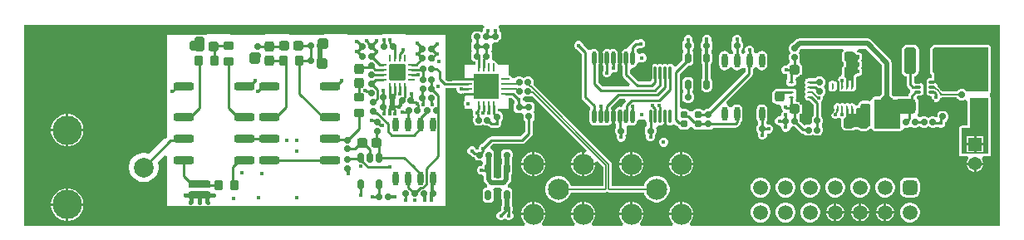
<source format=gtl>
G04*
G04 #@! TF.GenerationSoftware,Altium Limited,Altium Designer,24.10.1 (45)*
G04*
G04 Layer_Physical_Order=1*
G04 Layer_Color=255*
%FSAX25Y25*%
%MOIN*%
G70*
G04*
G04 #@! TF.SameCoordinates,EC905C38-5B55-41C3-8357-A0E4B0657E30*
G04*
G04*
G04 #@! TF.FilePolarity,Positive*
G04*
G01*
G75*
%ADD10C,0.00984*%
%ADD14C,0.01575*%
%ADD16C,0.01000*%
%ADD17C,0.00500*%
%ADD22O,0.02362X0.05709*%
G04:AMPARAMS|DCode=23|XSize=9.84mil|YSize=23.62mil|CornerRadius=2.46mil|HoleSize=0mil|Usage=FLASHONLY|Rotation=0.000|XOffset=0mil|YOffset=0mil|HoleType=Round|Shape=RoundedRectangle|*
%AMROUNDEDRECTD23*
21,1,0.00984,0.01870,0,0,0.0*
21,1,0.00492,0.02362,0,0,0.0*
1,1,0.00492,0.00246,-0.00935*
1,1,0.00492,-0.00246,-0.00935*
1,1,0.00492,-0.00246,0.00935*
1,1,0.00492,0.00246,0.00935*
%
%ADD23ROUNDEDRECTD23*%
G04:AMPARAMS|DCode=24|XSize=37.4mil|YSize=41.34mil|CornerRadius=9.35mil|HoleSize=0mil|Usage=FLASHONLY|Rotation=270.000|XOffset=0mil|YOffset=0mil|HoleType=Round|Shape=RoundedRectangle|*
%AMROUNDEDRECTD24*
21,1,0.03740,0.02264,0,0,270.0*
21,1,0.01870,0.04134,0,0,270.0*
1,1,0.01870,-0.01132,-0.00935*
1,1,0.01870,-0.01132,0.00935*
1,1,0.01870,0.01132,0.00935*
1,1,0.01870,0.01132,-0.00935*
%
%ADD24ROUNDEDRECTD24*%
G04:AMPARAMS|DCode=25|XSize=37.4mil|YSize=41.34mil|CornerRadius=9.35mil|HoleSize=0mil|Usage=FLASHONLY|Rotation=0.000|XOffset=0mil|YOffset=0mil|HoleType=Round|Shape=RoundedRectangle|*
%AMROUNDEDRECTD25*
21,1,0.03740,0.02264,0,0,0.0*
21,1,0.01870,0.04134,0,0,0.0*
1,1,0.01870,0.00935,-0.01132*
1,1,0.01870,-0.00935,-0.01132*
1,1,0.01870,-0.00935,0.01132*
1,1,0.01870,0.00935,0.01132*
%
%ADD25ROUNDEDRECTD25*%
G04:AMPARAMS|DCode=26|XSize=39.37mil|YSize=35.43mil|CornerRadius=8.86mil|HoleSize=0mil|Usage=FLASHONLY|Rotation=270.000|XOffset=0mil|YOffset=0mil|HoleType=Round|Shape=RoundedRectangle|*
%AMROUNDEDRECTD26*
21,1,0.03937,0.01772,0,0,270.0*
21,1,0.02165,0.03543,0,0,270.0*
1,1,0.01772,-0.00886,-0.01083*
1,1,0.01772,-0.00886,0.01083*
1,1,0.01772,0.00886,0.01083*
1,1,0.01772,0.00886,-0.01083*
%
%ADD26ROUNDEDRECTD26*%
G04:AMPARAMS|DCode=27|XSize=23.62mil|YSize=23.62mil|CornerRadius=5.91mil|HoleSize=0mil|Usage=FLASHONLY|Rotation=270.000|XOffset=0mil|YOffset=0mil|HoleType=Round|Shape=RoundedRectangle|*
%AMROUNDEDRECTD27*
21,1,0.02362,0.01181,0,0,270.0*
21,1,0.01181,0.02362,0,0,270.0*
1,1,0.01181,-0.00591,-0.00591*
1,1,0.01181,-0.00591,0.00591*
1,1,0.01181,0.00591,0.00591*
1,1,0.01181,0.00591,-0.00591*
%
%ADD27ROUNDEDRECTD27*%
G04:AMPARAMS|DCode=28|XSize=31.5mil|YSize=81.1mil|CornerRadius=7.87mil|HoleSize=0mil|Usage=FLASHONLY|Rotation=270.000|XOffset=0mil|YOffset=0mil|HoleType=Round|Shape=RoundedRectangle|*
%AMROUNDEDRECTD28*
21,1,0.03150,0.06535,0,0,270.0*
21,1,0.01575,0.08110,0,0,270.0*
1,1,0.01575,-0.03268,-0.00787*
1,1,0.01575,-0.03268,0.00787*
1,1,0.01575,0.03268,0.00787*
1,1,0.01575,0.03268,-0.00787*
%
%ADD28ROUNDEDRECTD28*%
G04:AMPARAMS|DCode=29|XSize=25.2mil|YSize=25.2mil|CornerRadius=6.3mil|HoleSize=0mil|Usage=FLASHONLY|Rotation=180.000|XOffset=0mil|YOffset=0mil|HoleType=Round|Shape=RoundedRectangle|*
%AMROUNDEDRECTD29*
21,1,0.02520,0.01260,0,0,180.0*
21,1,0.01260,0.02520,0,0,180.0*
1,1,0.01260,-0.00630,0.00630*
1,1,0.01260,0.00630,0.00630*
1,1,0.01260,0.00630,-0.00630*
1,1,0.01260,-0.00630,-0.00630*
%
%ADD29ROUNDEDRECTD29*%
G04:AMPARAMS|DCode=30|XSize=25.2mil|YSize=25.2mil|CornerRadius=6.3mil|HoleSize=0mil|Usage=FLASHONLY|Rotation=270.000|XOffset=0mil|YOffset=0mil|HoleType=Round|Shape=RoundedRectangle|*
%AMROUNDEDRECTD30*
21,1,0.02520,0.01260,0,0,270.0*
21,1,0.01260,0.02520,0,0,270.0*
1,1,0.01260,-0.00630,-0.00630*
1,1,0.01260,-0.00630,0.00630*
1,1,0.01260,0.00630,0.00630*
1,1,0.01260,0.00630,-0.00630*
%
%ADD30ROUNDEDRECTD30*%
G04:AMPARAMS|DCode=31|XSize=9.84mil|YSize=19.68mil|CornerRadius=2.46mil|HoleSize=0mil|Usage=FLASHONLY|Rotation=90.000|XOffset=0mil|YOffset=0mil|HoleType=Round|Shape=RoundedRectangle|*
%AMROUNDEDRECTD31*
21,1,0.00984,0.01476,0,0,90.0*
21,1,0.00492,0.01968,0,0,90.0*
1,1,0.00492,0.00738,0.00246*
1,1,0.00492,0.00738,-0.00246*
1,1,0.00492,-0.00738,-0.00246*
1,1,0.00492,-0.00738,0.00246*
%
%ADD31ROUNDEDRECTD31*%
%ADD32O,0.00984X0.03347*%
%ADD33O,0.03347X0.00984*%
%ADD34O,0.03150X0.00984*%
%ADD35O,0.00984X0.03150*%
G04:AMPARAMS|DCode=37|XSize=11.81mil|YSize=26.38mil|CornerRadius=2.95mil|HoleSize=0mil|Usage=FLASHONLY|Rotation=270.000|XOffset=0mil|YOffset=0mil|HoleType=Round|Shape=RoundedRectangle|*
%AMROUNDEDRECTD37*
21,1,0.01181,0.02047,0,0,270.0*
21,1,0.00591,0.02638,0,0,270.0*
1,1,0.00591,-0.01024,-0.00295*
1,1,0.00591,-0.01024,0.00295*
1,1,0.00591,0.01024,0.00295*
1,1,0.00591,0.01024,-0.00295*
%
%ADD37ROUNDEDRECTD37*%
G04:AMPARAMS|DCode=38|XSize=31.5mil|YSize=149.61mil|CornerRadius=7.87mil|HoleSize=0mil|Usage=FLASHONLY|Rotation=180.000|XOffset=0mil|YOffset=0mil|HoleType=Round|Shape=RoundedRectangle|*
%AMROUNDEDRECTD38*
21,1,0.03150,0.13386,0,0,180.0*
21,1,0.01575,0.14961,0,0,180.0*
1,1,0.01575,-0.00787,0.06693*
1,1,0.01575,0.00787,0.06693*
1,1,0.01575,0.00787,-0.06693*
1,1,0.01575,-0.00787,-0.06693*
%
%ADD38ROUNDEDRECTD38*%
G04:AMPARAMS|DCode=39|XSize=31.5mil|YSize=149.61mil|CornerRadius=7.87mil|HoleSize=0mil|Usage=FLASHONLY|Rotation=270.000|XOffset=0mil|YOffset=0mil|HoleType=Round|Shape=RoundedRectangle|*
%AMROUNDEDRECTD39*
21,1,0.03150,0.13386,0,0,270.0*
21,1,0.01575,0.14961,0,0,270.0*
1,1,0.01575,-0.06693,-0.00787*
1,1,0.01575,-0.06693,0.00787*
1,1,0.01575,0.06693,0.00787*
1,1,0.01575,0.06693,-0.00787*
%
%ADD39ROUNDEDRECTD39*%
G04:AMPARAMS|DCode=40|XSize=31.5mil|YSize=218.5mil|CornerRadius=7.87mil|HoleSize=0mil|Usage=FLASHONLY|Rotation=180.000|XOffset=0mil|YOffset=0mil|HoleType=Round|Shape=RoundedRectangle|*
%AMROUNDEDRECTD40*
21,1,0.03150,0.20276,0,0,180.0*
21,1,0.01575,0.21850,0,0,180.0*
1,1,0.01575,-0.00787,0.10138*
1,1,0.01575,0.00787,0.10138*
1,1,0.01575,0.00787,-0.10138*
1,1,0.01575,-0.00787,-0.10138*
%
%ADD40ROUNDEDRECTD40*%
G04:AMPARAMS|DCode=41|XSize=31.5mil|YSize=196.06mil|CornerRadius=7.87mil|HoleSize=0mil|Usage=FLASHONLY|Rotation=270.000|XOffset=0mil|YOffset=0mil|HoleType=Round|Shape=RoundedRectangle|*
%AMROUNDEDRECTD41*
21,1,0.03150,0.18032,0,0,270.0*
21,1,0.01575,0.19606,0,0,270.0*
1,1,0.01575,-0.09016,-0.00787*
1,1,0.01575,-0.09016,0.00787*
1,1,0.01575,0.09016,0.00787*
1,1,0.01575,0.09016,-0.00787*
%
%ADD41ROUNDEDRECTD41*%
%ADD42O,0.01772X0.05512*%
%ADD43O,0.01378X0.05512*%
G04:AMPARAMS|DCode=44|XSize=23.62mil|YSize=39.37mil|CornerRadius=5.91mil|HoleSize=0mil|Usage=FLASHONLY|Rotation=180.000|XOffset=0mil|YOffset=0mil|HoleType=Round|Shape=RoundedRectangle|*
%AMROUNDEDRECTD44*
21,1,0.02362,0.02756,0,0,180.0*
21,1,0.01181,0.03937,0,0,180.0*
1,1,0.01181,-0.00591,0.01378*
1,1,0.01181,0.00591,0.01378*
1,1,0.01181,0.00591,-0.01378*
1,1,0.01181,-0.00591,-0.01378*
%
%ADD44ROUNDEDRECTD44*%
G04:AMPARAMS|DCode=45|XSize=25.2mil|YSize=27.56mil|CornerRadius=6.3mil|HoleSize=0mil|Usage=FLASHONLY|Rotation=90.000|XOffset=0mil|YOffset=0mil|HoleType=Round|Shape=RoundedRectangle|*
%AMROUNDEDRECTD45*
21,1,0.02520,0.01496,0,0,90.0*
21,1,0.01260,0.02756,0,0,90.0*
1,1,0.01260,0.00748,0.00630*
1,1,0.01260,0.00748,-0.00630*
1,1,0.01260,-0.00748,-0.00630*
1,1,0.01260,-0.00748,0.00630*
%
%ADD45ROUNDEDRECTD45*%
G04:AMPARAMS|DCode=46|XSize=88.58mil|YSize=30mil|CornerRadius=7.5mil|HoleSize=0mil|Usage=FLASHONLY|Rotation=180.000|XOffset=0mil|YOffset=0mil|HoleType=Round|Shape=RoundedRectangle|*
%AMROUNDEDRECTD46*
21,1,0.08858,0.01500,0,0,180.0*
21,1,0.07358,0.03000,0,0,180.0*
1,1,0.01500,-0.03679,0.00750*
1,1,0.01500,0.03679,0.00750*
1,1,0.01500,0.03679,-0.00750*
1,1,0.01500,-0.03679,-0.00750*
%
%ADD46ROUNDEDRECTD46*%
G04:AMPARAMS|DCode=47|XSize=23.62mil|YSize=23.62mil|CornerRadius=5.91mil|HoleSize=0mil|Usage=FLASHONLY|Rotation=0.000|XOffset=0mil|YOffset=0mil|HoleType=Round|Shape=RoundedRectangle|*
%AMROUNDEDRECTD47*
21,1,0.02362,0.01181,0,0,0.0*
21,1,0.01181,0.02362,0,0,0.0*
1,1,0.01181,0.00591,-0.00591*
1,1,0.01181,-0.00591,-0.00591*
1,1,0.01181,-0.00591,0.00591*
1,1,0.01181,0.00591,0.00591*
%
%ADD47ROUNDEDRECTD47*%
G04:AMPARAMS|DCode=48|XSize=107.09mil|YSize=48.42mil|CornerRadius=12.11mil|HoleSize=0mil|Usage=FLASHONLY|Rotation=270.000|XOffset=0mil|YOffset=0mil|HoleType=Round|Shape=RoundedRectangle|*
%AMROUNDEDRECTD48*
21,1,0.10709,0.02421,0,0,270.0*
21,1,0.08287,0.04842,0,0,270.0*
1,1,0.02421,-0.01211,-0.04144*
1,1,0.02421,-0.01211,0.04144*
1,1,0.02421,0.01211,0.04144*
1,1,0.02421,0.01211,-0.04144*
%
%ADD48ROUNDEDRECTD48*%
G04:AMPARAMS|DCode=49|XSize=59.06mil|YSize=51.18mil|CornerRadius=12.8mil|HoleSize=0mil|Usage=FLASHONLY|Rotation=180.000|XOffset=0mil|YOffset=0mil|HoleType=Round|Shape=RoundedRectangle|*
%AMROUNDEDRECTD49*
21,1,0.05906,0.02559,0,0,180.0*
21,1,0.03347,0.05118,0,0,180.0*
1,1,0.02559,-0.01673,0.01280*
1,1,0.02559,0.01673,0.01280*
1,1,0.02559,0.01673,-0.01280*
1,1,0.02559,-0.01673,-0.01280*
%
%ADD49ROUNDEDRECTD49*%
G04:AMPARAMS|DCode=50|XSize=59.06mil|YSize=51.18mil|CornerRadius=12.8mil|HoleSize=0mil|Usage=FLASHONLY|Rotation=270.000|XOffset=0mil|YOffset=0mil|HoleType=Round|Shape=RoundedRectangle|*
%AMROUNDEDRECTD50*
21,1,0.05906,0.02559,0,0,270.0*
21,1,0.03347,0.05118,0,0,270.0*
1,1,0.02559,-0.01280,-0.01673*
1,1,0.02559,-0.01280,0.01673*
1,1,0.02559,0.01280,0.01673*
1,1,0.02559,0.01280,-0.01673*
%
%ADD50ROUNDEDRECTD50*%
G04:AMPARAMS|DCode=51|XSize=39.37mil|YSize=35.43mil|CornerRadius=8.86mil|HoleSize=0mil|Usage=FLASHONLY|Rotation=0.000|XOffset=0mil|YOffset=0mil|HoleType=Round|Shape=RoundedRectangle|*
%AMROUNDEDRECTD51*
21,1,0.03937,0.01772,0,0,0.0*
21,1,0.02165,0.03543,0,0,0.0*
1,1,0.01772,0.01083,-0.00886*
1,1,0.01772,-0.01083,-0.00886*
1,1,0.01772,-0.01083,0.00886*
1,1,0.01772,0.01083,0.00886*
%
%ADD51ROUNDEDRECTD51*%
G04:AMPARAMS|DCode=92|XSize=78.74mil|YSize=47.24mil|CornerRadius=2.36mil|HoleSize=0mil|Usage=FLASHONLY|Rotation=0.000|XOffset=0mil|YOffset=0mil|HoleType=Round|Shape=RoundedRectangle|*
%AMROUNDEDRECTD92*
21,1,0.07874,0.04252,0,0,0.0*
21,1,0.07402,0.04724,0,0,0.0*
1,1,0.00472,0.03701,-0.02126*
1,1,0.00472,-0.03701,-0.02126*
1,1,0.00472,-0.03701,0.02126*
1,1,0.00472,0.03701,0.02126*
%
%ADD92ROUNDEDRECTD92*%
G04:AMPARAMS|DCode=93|XSize=62.99mil|YSize=35.43mil|CornerRadius=1.77mil|HoleSize=0mil|Usage=FLASHONLY|Rotation=90.000|XOffset=0mil|YOffset=0mil|HoleType=Round|Shape=RoundedRectangle|*
%AMROUNDEDRECTD93*
21,1,0.06299,0.03189,0,0,90.0*
21,1,0.05945,0.03543,0,0,90.0*
1,1,0.00354,0.01595,0.02972*
1,1,0.00354,0.01595,-0.02972*
1,1,0.00354,-0.01595,-0.02972*
1,1,0.00354,-0.01595,0.02972*
%
%ADD93ROUNDEDRECTD93*%
G04:AMPARAMS|DCode=94|XSize=102.36mil|YSize=102.36mil|CornerRadius=2.56mil|HoleSize=0mil|Usage=FLASHONLY|Rotation=270.000|XOffset=0mil|YOffset=0mil|HoleType=Round|Shape=RoundedRectangle|*
%AMROUNDEDRECTD94*
21,1,0.10236,0.09724,0,0,270.0*
21,1,0.09724,0.10236,0,0,270.0*
1,1,0.00512,-0.04862,-0.04862*
1,1,0.00512,-0.04862,0.04862*
1,1,0.00512,0.04862,0.04862*
1,1,0.00512,0.04862,-0.04862*
%
%ADD94ROUNDEDRECTD94*%
G04:AMPARAMS|DCode=95|XSize=66.14mil|YSize=66.14mil|CornerRadius=3.31mil|HoleSize=0mil|Usage=FLASHONLY|Rotation=0.000|XOffset=0mil|YOffset=0mil|HoleType=Round|Shape=RoundedRectangle|*
%AMROUNDEDRECTD95*
21,1,0.06614,0.05953,0,0,0.0*
21,1,0.05953,0.06614,0,0,0.0*
1,1,0.00661,0.02976,-0.02976*
1,1,0.00661,-0.02976,-0.02976*
1,1,0.00661,-0.02976,0.02976*
1,1,0.00661,0.02976,0.02976*
%
%ADD95ROUNDEDRECTD95*%
%ADD96C,0.00837*%
%ADD97C,0.01968*%
%ADD98C,0.01181*%
%ADD99C,0.02000*%
%ADD100C,0.00839*%
%ADD101C,0.05906*%
%ADD102C,0.11811*%
%ADD103C,0.07874*%
%ADD104C,0.08425*%
%ADD105C,0.05386*%
%ADD106R,0.05386X0.05386*%
%ADD107C,0.05906*%
G04:AMPARAMS|DCode=108|XSize=59.06mil|YSize=59.06mil|CornerRadius=14.76mil|HoleSize=0mil|Usage=FLASHONLY|Rotation=180.000|XOffset=0mil|YOffset=0mil|HoleType=Round|Shape=RoundedRectangle|*
%AMROUNDEDRECTD108*
21,1,0.05906,0.02953,0,0,180.0*
21,1,0.02953,0.05906,0,0,180.0*
1,1,0.02953,-0.01476,0.01476*
1,1,0.02953,0.01476,0.01476*
1,1,0.02953,0.01476,-0.01476*
1,1,0.02953,-0.01476,-0.01476*
%
%ADD108ROUNDEDRECTD108*%
%ADD109C,0.01600*%
G36*
X0392497Y0001204D02*
X0268401D01*
X0267987Y0002204D01*
X0268576Y0002793D01*
X0269209Y0003890D01*
X0269537Y0005114D01*
Y0005248D01*
X0259912D01*
Y0005114D01*
X0260240Y0003890D01*
X0260873Y0002793D01*
X0261462Y0002204D01*
X0261048Y0001204D01*
X0248401D01*
X0247987Y0002204D01*
X0248575Y0002793D01*
X0249209Y0003890D01*
X0249537Y0005114D01*
Y0005248D01*
X0239912D01*
Y0005114D01*
X0240240Y0003890D01*
X0240873Y0002793D01*
X0241462Y0002204D01*
X0241048Y0001204D01*
X0229031D01*
X0228616Y0002204D01*
X0229205Y0002793D01*
X0229839Y0003890D01*
X0230167Y0005114D01*
Y0005248D01*
X0220542D01*
Y0005114D01*
X0220870Y0003890D01*
X0221503Y0002793D01*
X0222092Y0002204D01*
X0221678Y0001204D01*
X0209031D01*
X0208616Y0002204D01*
X0209205Y0002793D01*
X0209839Y0003890D01*
X0210167Y0005114D01*
Y0005248D01*
X0200542D01*
Y0005114D01*
X0200870Y0003890D01*
X0201503Y0002793D01*
X0202092Y0002204D01*
X0201678Y0001204D01*
X0001204D01*
Y0081658D01*
X0185178D01*
X0185592Y0080658D01*
X0185482Y0080547D01*
X0185208Y0079886D01*
Y0079352D01*
X0185133Y0079283D01*
X0184625Y0078973D01*
X0184309Y0078867D01*
X0183987Y0079057D01*
X0183366Y0079181D01*
X0182185D01*
X0181564Y0079057D01*
X0181038Y0078706D01*
X0180687Y0078180D01*
X0180563Y0077559D01*
Y0076378D01*
X0180687Y0075757D01*
X0180813Y0074935D01*
X0180453Y0074396D01*
X0180326Y0073760D01*
Y0072500D01*
X0180453Y0071864D01*
X0180813Y0071325D01*
X0180453Y0070459D01*
X0180326Y0069823D01*
Y0068563D01*
X0180453Y0067927D01*
X0180813Y0067388D01*
X0181352Y0067028D01*
X0181988Y0066901D01*
X0182042D01*
Y0065847D01*
X0177657D01*
Y0059474D01*
X0177383Y0059420D01*
X0170383D01*
X0170177Y0059625D01*
Y0077953D01*
X0058465D01*
Y0037188D01*
X0058126Y0036961D01*
X0051200Y0030036D01*
X0050837Y0030186D01*
X0049696Y0030413D01*
X0048533D01*
X0047392Y0030186D01*
X0046317Y0029741D01*
X0045350Y0029095D01*
X0044527Y0028272D01*
X0043881Y0027305D01*
X0043436Y0026230D01*
X0043209Y0025089D01*
Y0023926D01*
X0043436Y0022785D01*
X0043881Y0021711D01*
X0044527Y0020743D01*
X0045350Y0019921D01*
X0046317Y0019275D01*
X0047392Y0018829D01*
X0048533Y0018602D01*
X0049696D01*
X0050837Y0018829D01*
X0051911Y0019275D01*
X0052879Y0019921D01*
X0053701Y0020743D01*
X0054348Y0021711D01*
X0054793Y0022785D01*
X0055020Y0023926D01*
Y0025089D01*
X0054793Y0026230D01*
X0054642Y0026594D01*
X0057541Y0029492D01*
X0058465Y0029110D01*
Y0009055D01*
X0170177D01*
Y0056525D01*
X0174370D01*
X0174479Y0056362D01*
Y0055646D01*
X0174754Y0054984D01*
X0175260Y0054478D01*
X0175921Y0054204D01*
X0176638D01*
X0176657Y0054212D01*
X0177657Y0053544D01*
Y0051266D01*
X0177608Y0051217D01*
X0177334Y0050555D01*
Y0049839D01*
X0177608Y0049177D01*
X0177657Y0049128D01*
Y0048130D01*
X0180587D01*
X0180809Y0047879D01*
X0181147Y0047130D01*
X0180976Y0046716D01*
Y0046000D01*
X0181250Y0045339D01*
X0181503Y0045085D01*
Y0045053D01*
X0181277Y0044715D01*
X0181154Y0044094D01*
Y0042913D01*
X0181277Y0042293D01*
X0181629Y0041767D01*
X0182155Y0041415D01*
X0182776Y0041292D01*
X0183957D01*
X0184577Y0041415D01*
X0185103Y0041767D01*
X0185172D01*
X0185698Y0041415D01*
X0186319Y0041292D01*
X0187106D01*
X0187452Y0040946D01*
X0187948Y0040615D01*
X0188533Y0040498D01*
X0189876D01*
X0190292Y0040326D01*
X0191008D01*
X0191669Y0040600D01*
X0192176Y0041106D01*
X0192450Y0041768D01*
Y0042484D01*
X0192303Y0042838D01*
X0192514Y0042978D01*
X0192874Y0043518D01*
X0193000Y0044153D01*
Y0045413D01*
X0192874Y0046049D01*
X0192514Y0046589D01*
X0191974Y0046949D01*
X0191339Y0047075D01*
X0190998D01*
Y0048130D01*
X0195374D01*
Y0052506D01*
X0196611D01*
X0197613Y0051504D01*
X0197883Y0050850D01*
X0197869Y0050359D01*
X0197518Y0049833D01*
X0197394Y0049213D01*
Y0048031D01*
X0197518Y0047411D01*
X0197869Y0046885D01*
X0198395Y0046533D01*
X0199016Y0046410D01*
X0200197D01*
X0200469Y0046464D01*
X0201219Y0045884D01*
X0201336Y0045694D01*
X0201331Y0045669D01*
Y0044488D01*
X0201454Y0043868D01*
X0201806Y0043341D01*
X0202014Y0043203D01*
Y0038822D01*
X0200154Y0036963D01*
X0188583D01*
X0187997Y0036846D01*
X0187501Y0036514D01*
X0184870Y0033883D01*
X0184217Y0033613D01*
X0183710Y0033106D01*
X0183436Y0032445D01*
Y0031740D01*
X0183169D01*
X0182879Y0031682D01*
X0182454D01*
X0182390Y0031746D01*
X0182235Y0032122D01*
X0181728Y0032628D01*
X0181067Y0032902D01*
X0180351D01*
X0179689Y0032628D01*
X0179183Y0032122D01*
X0178909Y0031460D01*
Y0030744D01*
X0179183Y0030083D01*
X0179689Y0029576D01*
X0180351Y0029302D01*
X0180508D01*
X0180739Y0029071D01*
X0181235Y0028740D01*
X0181601Y0028667D01*
X0181671Y0028316D01*
X0182023Y0027790D01*
X0182549Y0027439D01*
X0183169Y0027315D01*
X0184350D01*
X0185231Y0026501D01*
Y0026186D01*
X0185116Y0026014D01*
X0184877Y0025146D01*
X0184160D01*
X0183499Y0024872D01*
X0182993Y0024365D01*
X0182719Y0023704D01*
Y0022988D01*
X0182993Y0022326D01*
X0183499Y0021820D01*
X0184160Y0021546D01*
X0184877D01*
X0185379Y0020671D01*
Y0019657D01*
X0185532Y0018883D01*
X0185971Y0018226D01*
X0186812Y0017386D01*
X0186702Y0016827D01*
X0186450Y0016353D01*
X0185994Y0016262D01*
X0185468Y0015911D01*
X0185116Y0015384D01*
X0184993Y0014764D01*
Y0012008D01*
X0185116Y0011387D01*
X0185468Y0010861D01*
X0185994Y0010510D01*
X0186614Y0010386D01*
X0187795D01*
X0188416Y0010510D01*
X0188942Y0010861D01*
X0189294Y0011387D01*
X0189417Y0012008D01*
Y0014764D01*
X0189294Y0015384D01*
X0189229Y0015481D01*
X0189751Y0016481D01*
X0192138D01*
X0192661Y0015481D01*
X0192596Y0015384D01*
X0192473Y0014764D01*
Y0012008D01*
X0192596Y0011387D01*
X0192682Y0011259D01*
Y0009323D01*
X0192559Y0009140D01*
X0192433Y0008504D01*
Y0007528D01*
X0191705Y0006800D01*
X0191328Y0006644D01*
X0190822Y0006138D01*
X0190548Y0005476D01*
Y0004760D01*
X0190822Y0004098D01*
X0191328Y0003592D01*
X0191990Y0003318D01*
X0192706D01*
X0193367Y0003592D01*
X0193910Y0004067D01*
X0194453Y0003592D01*
X0195114Y0003318D01*
X0195831D01*
X0196492Y0003592D01*
X0196998Y0004098D01*
X0197273Y0004760D01*
Y0005476D01*
X0196998Y0006138D01*
X0196887Y0006249D01*
Y0006604D01*
X0196890Y0006608D01*
X0197016Y0007244D01*
Y0008504D01*
X0196890Y0009140D01*
X0196728Y0009382D01*
Y0011318D01*
X0196774Y0011387D01*
X0196897Y0012008D01*
Y0014764D01*
X0196774Y0015384D01*
X0196422Y0015911D01*
X0195896Y0016262D01*
X0195440Y0016353D01*
X0195188Y0016827D01*
X0195078Y0017386D01*
X0195919Y0018226D01*
X0196357Y0018883D01*
X0196511Y0019657D01*
Y0021624D01*
X0196774Y0022017D01*
X0196897Y0022638D01*
Y0025394D01*
X0196774Y0026014D01*
X0196728Y0026083D01*
Y0028019D01*
X0196890Y0028262D01*
X0197016Y0028898D01*
Y0030158D01*
X0196890Y0030793D01*
X0196529Y0031333D01*
X0195990Y0031693D01*
X0195354Y0031819D01*
X0194095D01*
X0193459Y0031693D01*
X0192919Y0031333D01*
X0192559Y0030793D01*
X0192433Y0030158D01*
Y0028898D01*
X0192559Y0028262D01*
X0192682Y0028078D01*
Y0026142D01*
X0192596Y0026014D01*
X0192473Y0025394D01*
Y0023858D01*
X0192465Y0023819D01*
Y0020527D01*
X0189425D01*
Y0023819D01*
X0189417Y0023858D01*
Y0025394D01*
X0189294Y0026014D01*
X0189277Y0026039D01*
Y0028144D01*
X0189392Y0028316D01*
X0189515Y0028937D01*
Y0030118D01*
X0189392Y0030739D01*
X0189041Y0031265D01*
X0188514Y0031616D01*
X0188372Y0031645D01*
X0188019Y0032707D01*
X0189216Y0033904D01*
X0200787D01*
X0201373Y0034020D01*
X0201869Y0034352D01*
X0204625Y0037108D01*
X0204956Y0037604D01*
X0205073Y0038189D01*
Y0043203D01*
X0205281Y0043341D01*
X0205632Y0043868D01*
X0205756Y0044488D01*
Y0045669D01*
X0205632Y0046290D01*
X0205281Y0046816D01*
Y0046885D01*
X0205632Y0047411D01*
X0205756Y0048031D01*
Y0049213D01*
X0205632Y0049833D01*
X0205281Y0050359D01*
X0204754Y0050711D01*
X0204134Y0050834D01*
X0202953D01*
X0202332Y0050711D01*
X0201390Y0051232D01*
X0201209Y0051512D01*
Y0052228D01*
X0201160Y0052346D01*
X0201853Y0052954D01*
X0201962Y0053025D01*
X0202559Y0052906D01*
X0203740D01*
X0204361Y0053029D01*
X0204792Y0053318D01*
X0226707Y0031403D01*
X0226189Y0030507D01*
X0225988Y0030561D01*
X0225854D01*
Y0026248D01*
X0230167D01*
Y0026382D01*
X0230113Y0026583D01*
X0231010Y0027101D01*
X0233259Y0024852D01*
Y0017022D01*
X0220409D01*
X0220212Y0017760D01*
X0219525Y0018949D01*
X0218555Y0019919D01*
X0217366Y0020605D01*
X0216041Y0020961D01*
X0214668D01*
X0213342Y0020605D01*
X0212154Y0019919D01*
X0211183Y0018949D01*
X0210497Y0017760D01*
X0210142Y0016434D01*
Y0015062D01*
X0210497Y0013736D01*
X0211183Y0012547D01*
X0212154Y0011577D01*
X0213342Y0010891D01*
X0214668Y0010535D01*
X0216041D01*
X0217366Y0010891D01*
X0218555Y0011577D01*
X0219525Y0012547D01*
X0220212Y0013736D01*
X0220409Y0014473D01*
X0234240D01*
X0234728Y0014571D01*
X0235039Y0014779D01*
X0235351Y0014571D01*
X0235839Y0014473D01*
X0249669D01*
X0249867Y0013736D01*
X0250553Y0012547D01*
X0251524Y0011577D01*
X0252712Y0010891D01*
X0254038Y0010535D01*
X0255411D01*
X0256736Y0010891D01*
X0257925Y0011577D01*
X0258895Y0012547D01*
X0259582Y0013736D01*
X0259937Y0015062D01*
Y0016434D01*
X0259582Y0017760D01*
X0258895Y0018949D01*
X0257925Y0019919D01*
X0256736Y0020605D01*
X0255411Y0020961D01*
X0254038D01*
X0252712Y0020605D01*
X0251524Y0019919D01*
X0250553Y0018949D01*
X0249867Y0017760D01*
X0249669Y0017022D01*
X0236820D01*
Y0025799D01*
X0236723Y0026287D01*
X0236447Y0026700D01*
X0205314Y0057833D01*
X0205362Y0058071D01*
Y0059252D01*
X0205238Y0059873D01*
X0204887Y0060399D01*
X0204361Y0060750D01*
X0203740Y0060874D01*
X0202559D01*
X0201939Y0060750D01*
X0201378Y0060419D01*
X0200817Y0060750D01*
X0200197Y0060874D01*
X0199016D01*
X0198395Y0060750D01*
X0197869Y0060399D01*
X0197758Y0060233D01*
X0196697Y0060444D01*
X0196681Y0060523D01*
X0196351Y0061017D01*
X0195858Y0061347D01*
X0195374Y0061443D01*
Y0065847D01*
X0190970D01*
X0190874Y0066330D01*
X0190544Y0066824D01*
X0190051Y0067154D01*
X0189469Y0067269D01*
X0189395Y0067255D01*
X0189091Y0067527D01*
X0188682Y0068128D01*
X0188768Y0068563D01*
Y0069823D01*
X0188642Y0070459D01*
X0188281Y0070998D01*
Y0071325D01*
X0188642Y0071864D01*
X0188768Y0072500D01*
Y0073760D01*
X0188739Y0073905D01*
X0189488Y0074775D01*
X0190748D01*
X0191384Y0074902D01*
X0191923Y0075262D01*
X0192283Y0075801D01*
X0192410Y0076437D01*
Y0077697D01*
X0192283Y0078333D01*
X0191923Y0078872D01*
X0191776Y0078970D01*
X0191859Y0079169D01*
Y0079886D01*
X0191585Y0080547D01*
X0191475Y0080658D01*
X0191889Y0081658D01*
X0392497D01*
Y0001204D01*
D02*
G37*
%LPC*%
G36*
X0237402Y0072100D02*
X0236666Y0071954D01*
X0236122Y0071590D01*
X0235578Y0071954D01*
X0234842Y0072100D01*
X0234107Y0071954D01*
X0233483Y0071537D01*
X0233066Y0070913D01*
X0232920Y0070177D01*
Y0066437D01*
X0233066Y0065701D01*
X0233313Y0065332D01*
Y0063413D01*
X0233043Y0062760D01*
Y0062043D01*
X0233317Y0061382D01*
X0233823Y0060876D01*
X0234485Y0060602D01*
X0235201D01*
X0235862Y0060876D01*
X0236368Y0061382D01*
X0236505Y0061711D01*
X0237044Y0062570D01*
X0237760D01*
X0238421Y0062844D01*
X0238928Y0063350D01*
X0239202Y0064012D01*
Y0064728D01*
X0238944Y0065351D01*
X0239178Y0065701D01*
X0239324Y0066437D01*
Y0070177D01*
X0239178Y0070913D01*
X0238761Y0071537D01*
X0238137Y0071954D01*
X0237402Y0072100D01*
D02*
G37*
G36*
X0287366Y0077785D02*
X0286650D01*
X0285988Y0077511D01*
X0285482Y0077005D01*
X0285208Y0076343D01*
Y0075627D01*
X0285327Y0075340D01*
X0285163Y0075230D01*
X0284803Y0074691D01*
X0284677Y0074055D01*
Y0072795D01*
X0284803Y0072159D01*
X0285163Y0071620D01*
X0285172Y0071615D01*
X0285314Y0070514D01*
X0285033Y0070094D01*
X0284488Y0070012D01*
X0283944Y0070094D01*
X0283561Y0070667D01*
X0282839Y0071149D01*
X0281988Y0071318D01*
X0281137Y0071149D01*
X0280416Y0070667D01*
X0279934Y0069946D01*
X0279764Y0069094D01*
Y0065748D01*
X0279934Y0064897D01*
X0280416Y0064175D01*
X0281137Y0063693D01*
X0281988Y0063524D01*
X0282839Y0063693D01*
X0283561Y0064175D01*
X0283944Y0064749D01*
X0284488Y0064830D01*
X0285033Y0064749D01*
X0285416Y0064175D01*
X0286137Y0063693D01*
X0286988Y0063524D01*
X0287839Y0063693D01*
X0288561Y0064175D01*
X0288666Y0064333D01*
X0289843Y0064535D01*
X0290270Y0064223D01*
Y0062622D01*
X0275551Y0047902D01*
X0274862D01*
X0274226Y0047776D01*
X0273687Y0047415D01*
X0272749Y0047811D01*
X0272742Y0047815D01*
X0272106Y0047941D01*
X0270610D01*
X0269974Y0047815D01*
X0269435Y0047455D01*
X0269132Y0047001D01*
X0268602Y0046952D01*
X0268072Y0047001D01*
X0267770Y0047455D01*
X0267231Y0047815D01*
X0266595Y0047941D01*
X0265098D01*
X0265029Y0047928D01*
X0264029Y0048637D01*
Y0062162D01*
X0267273Y0065406D01*
X0267913D01*
X0268534Y0065529D01*
X0269060Y0065881D01*
X0269412Y0066407D01*
X0269535Y0067028D01*
Y0069784D01*
X0269412Y0070404D01*
X0269316Y0070547D01*
X0269187Y0071620D01*
X0269547Y0072159D01*
X0269674Y0072795D01*
Y0074055D01*
X0269547Y0074691D01*
X0269187Y0075230D01*
X0269149Y0075255D01*
X0269221Y0075429D01*
Y0076145D01*
X0268947Y0076807D01*
X0268441Y0077313D01*
X0267779Y0077587D01*
X0267063D01*
X0266402Y0077313D01*
X0265895Y0076807D01*
X0265621Y0076145D01*
Y0075429D01*
X0265676Y0075297D01*
X0265577Y0075230D01*
X0265217Y0074691D01*
X0265090Y0074055D01*
Y0072795D01*
X0265217Y0072159D01*
X0265577Y0071620D01*
X0265376Y0070617D01*
X0265234Y0070404D01*
X0265111Y0069784D01*
Y0067569D01*
X0262735Y0065193D01*
X0262479Y0065177D01*
X0261539Y0065412D01*
X0261355Y0065686D01*
X0260797Y0066059D01*
X0260138Y0066191D01*
X0259479Y0066059D01*
X0259154Y0065842D01*
X0258828Y0066059D01*
X0258169Y0066191D01*
X0257510Y0066059D01*
X0257185Y0065842D01*
X0256860Y0066059D01*
X0256201Y0066191D01*
X0255542Y0066059D01*
X0255217Y0065842D01*
X0254891Y0066059D01*
X0254232Y0066191D01*
X0253573Y0066059D01*
X0253015Y0065686D01*
X0252641Y0065127D01*
X0252510Y0064468D01*
Y0060335D01*
X0252628Y0059743D01*
X0252041Y0058911D01*
X0247582D01*
X0244049Y0062445D01*
Y0063746D01*
X0245049Y0064520D01*
X0245079Y0064514D01*
X0245815Y0064661D01*
X0246438Y0065077D01*
X0246855Y0065701D01*
X0246989Y0066374D01*
X0247307Y0066581D01*
X0248002Y0066837D01*
X0248559Y0066606D01*
X0249275D01*
X0249937Y0066879D01*
X0250443Y0067386D01*
X0250717Y0068047D01*
Y0068764D01*
X0250443Y0069425D01*
X0249937Y0069932D01*
X0249275Y0070205D01*
X0248559D01*
X0248002Y0069974D01*
X0247669Y0070042D01*
X0246956Y0070404D01*
X0246855Y0070913D01*
X0246674Y0071185D01*
X0246784Y0071904D01*
X0247738Y0072451D01*
X0248067Y0072314D01*
X0248783D01*
X0249445Y0072588D01*
X0249951Y0073095D01*
X0250225Y0073756D01*
Y0074472D01*
X0249951Y0075134D01*
X0249445Y0075640D01*
X0248783Y0075914D01*
X0248067D01*
X0247406Y0075640D01*
X0247401Y0075635D01*
X0246457D01*
X0246457Y0075635D01*
X0245875Y0075520D01*
X0245381Y0075190D01*
X0245381Y0075190D01*
X0244003Y0073812D01*
X0243673Y0073318D01*
X0243576Y0072832D01*
X0243537Y0072723D01*
X0242557Y0072092D01*
X0242520Y0072100D01*
X0241784Y0071954D01*
X0241160Y0071537D01*
X0240743Y0070913D01*
X0240597Y0070177D01*
Y0066437D01*
X0240743Y0065701D01*
X0240990Y0065332D01*
Y0061811D01*
X0241107Y0061226D01*
X0241438Y0060730D01*
X0244203Y0057965D01*
X0243820Y0057041D01*
X0232917D01*
X0231254Y0058704D01*
Y0065332D01*
X0231501Y0065701D01*
X0231647Y0066437D01*
Y0070177D01*
X0231501Y0070913D01*
X0231084Y0071537D01*
X0230460Y0071954D01*
X0229724Y0072100D01*
X0228989Y0071954D01*
X0228509Y0071633D01*
X0228440Y0071612D01*
X0227997Y0071615D01*
X0227312Y0071761D01*
X0227257Y0071843D01*
X0225324Y0073777D01*
Y0073783D01*
X0225050Y0074445D01*
X0224543Y0074951D01*
X0223882Y0075225D01*
X0223166D01*
X0222504Y0074951D01*
X0221998Y0074445D01*
X0221724Y0073783D01*
Y0073067D01*
X0221998Y0072406D01*
X0222504Y0071899D01*
X0223166Y0071625D01*
X0223172D01*
X0224660Y0070138D01*
Y0052756D01*
X0224776Y0052174D01*
X0225105Y0051680D01*
X0228203Y0048582D01*
Y0048066D01*
X0227948Y0047685D01*
X0227802Y0046949D01*
Y0043209D01*
X0227948Y0042473D01*
X0228365Y0041849D01*
X0228989Y0041432D01*
X0229724Y0041286D01*
X0230460Y0041432D01*
X0231004Y0041796D01*
X0231548Y0041432D01*
X0232283Y0041286D01*
X0233019Y0041432D01*
X0233563Y0041796D01*
X0234107Y0041432D01*
X0234842Y0041286D01*
X0235578Y0041432D01*
X0236202Y0041849D01*
X0236619Y0042473D01*
X0236765Y0043209D01*
Y0046949D01*
X0236619Y0047685D01*
X0236372Y0048054D01*
Y0048481D01*
X0239905Y0052014D01*
X0241950D01*
X0242333Y0051090D01*
X0241586Y0050343D01*
X0241254Y0049847D01*
X0241199Y0049567D01*
X0240975Y0049193D01*
X0240138Y0048836D01*
X0239961Y0048872D01*
X0239225Y0048725D01*
X0238601Y0048308D01*
X0238184Y0047685D01*
X0238038Y0046949D01*
Y0043209D01*
X0238184Y0042473D01*
X0238432Y0042101D01*
Y0040597D01*
X0238327Y0040439D01*
X0238200Y0039803D01*
Y0038543D01*
X0238327Y0037907D01*
X0238687Y0037368D01*
X0238849Y0037260D01*
X0238736Y0036987D01*
Y0036271D01*
X0239011Y0035609D01*
X0239517Y0035103D01*
X0240178Y0034829D01*
X0240895D01*
X0241556Y0035103D01*
X0242062Y0035609D01*
X0242336Y0036271D01*
Y0036987D01*
X0242204Y0037306D01*
X0242297Y0037368D01*
X0242657Y0037907D01*
X0242784Y0038543D01*
Y0039803D01*
X0242683Y0040312D01*
X0242715Y0040543D01*
X0243083Y0041205D01*
X0244149Y0041561D01*
X0244343Y0041432D01*
X0245079Y0041286D01*
X0245815Y0041432D01*
X0246438Y0041849D01*
X0246855Y0042473D01*
X0247002Y0043209D01*
Y0043527D01*
X0247513Y0043822D01*
X0248002Y0044002D01*
X0248559Y0043771D01*
X0249275D01*
X0249542Y0043881D01*
X0250474Y0043380D01*
X0250542Y0043295D01*
Y0043012D01*
X0250673Y0042353D01*
X0250764Y0042216D01*
Y0041143D01*
X0250518Y0040978D01*
X0250158Y0040439D01*
X0250031Y0039803D01*
Y0038543D01*
X0250158Y0037907D01*
X0250518Y0037368D01*
X0250540Y0037353D01*
X0250464Y0037169D01*
Y0036453D01*
X0250738Y0035791D01*
X0251244Y0035285D01*
X0251906Y0035011D01*
X0252622D01*
X0253283Y0035285D01*
X0253790Y0035791D01*
X0254064Y0036453D01*
Y0037169D01*
X0254013Y0037291D01*
X0254128Y0037368D01*
X0254488Y0037907D01*
X0254615Y0038543D01*
Y0039803D01*
X0254511Y0040325D01*
X0254526Y0040533D01*
X0254647Y0040827D01*
X0255542Y0041421D01*
X0256201Y0041290D01*
X0256860Y0041421D01*
X0257418Y0041794D01*
X0257614Y0042086D01*
X0257792Y0042137D01*
X0258547D01*
X0258725Y0042086D01*
X0258920Y0041794D01*
X0259479Y0041421D01*
X0260138Y0041290D01*
X0260797Y0041421D01*
X0261355Y0041794D01*
X0262074Y0041865D01*
X0262557Y0041383D01*
X0263053Y0041051D01*
X0263508Y0040961D01*
X0263563Y0040683D01*
X0263923Y0040144D01*
X0264462Y0039783D01*
X0265098Y0039657D01*
X0266595D01*
X0267231Y0039783D01*
X0267770Y0040144D01*
X0268072Y0040597D01*
X0268602Y0040647D01*
X0269132Y0040597D01*
X0269435Y0040144D01*
X0269974Y0039783D01*
X0270610Y0039657D01*
X0272106D01*
X0272742Y0039783D01*
X0272749Y0039788D01*
X0273687Y0040183D01*
X0274226Y0039823D01*
X0274862Y0039696D01*
X0276122D01*
X0276758Y0039823D01*
X0277297Y0040183D01*
X0277468Y0040439D01*
X0286348D01*
X0286933Y0040556D01*
X0287429Y0040887D01*
X0288015Y0041473D01*
X0288347Y0041969D01*
X0288463Y0042554D01*
Y0042654D01*
X0288561Y0042719D01*
X0289043Y0043440D01*
X0289212Y0044291D01*
Y0047638D01*
X0289043Y0048489D01*
X0288561Y0049210D01*
X0287839Y0049692D01*
X0286988Y0049862D01*
X0286137Y0049692D01*
X0285416Y0049210D01*
X0285033Y0048637D01*
X0284488Y0048556D01*
X0283944Y0048637D01*
X0283561Y0049210D01*
X0282984Y0049595D01*
X0282766Y0050292D01*
X0282712Y0050737D01*
X0292881Y0060907D01*
X0293213Y0061403D01*
X0293329Y0061988D01*
Y0064021D01*
X0293561Y0064175D01*
X0293944Y0064749D01*
X0294488Y0064830D01*
X0295033Y0064749D01*
X0295416Y0064175D01*
X0296137Y0063693D01*
X0296988Y0063524D01*
X0297839Y0063693D01*
X0298561Y0064175D01*
X0299043Y0064897D01*
X0299212Y0065748D01*
Y0069094D01*
X0299043Y0069946D01*
X0298561Y0070667D01*
X0297839Y0071149D01*
X0296988Y0071318D01*
X0296137Y0071149D01*
X0295416Y0070667D01*
X0295194Y0070336D01*
X0294136Y0070322D01*
X0293737Y0070995D01*
X0293830Y0071217D01*
Y0071933D01*
X0293555Y0072595D01*
X0293049Y0073101D01*
X0292388Y0073375D01*
X0291671D01*
X0291010Y0073101D01*
X0290504Y0072595D01*
X0290230Y0071933D01*
Y0071217D01*
X0290331Y0070972D01*
X0289864Y0070202D01*
X0288865Y0070212D01*
X0288653Y0070530D01*
X0288774Y0071620D01*
X0289134Y0072159D01*
X0289260Y0072795D01*
Y0074055D01*
X0289134Y0074691D01*
X0288774Y0075230D01*
X0288672Y0075298D01*
X0288808Y0075627D01*
Y0076343D01*
X0288534Y0077005D01*
X0288028Y0077511D01*
X0287366Y0077785D01*
D02*
G37*
G36*
X0275260Y0077686D02*
X0274543D01*
X0273882Y0077412D01*
X0273376Y0076905D01*
X0273102Y0076244D01*
Y0075528D01*
X0273188Y0075318D01*
X0273057Y0075230D01*
X0272697Y0074691D01*
X0272570Y0074055D01*
Y0072795D01*
X0272697Y0072159D01*
X0273057Y0071620D01*
X0272874Y0070643D01*
X0272714Y0070404D01*
X0272591Y0069784D01*
Y0067028D01*
X0272714Y0066407D01*
X0273066Y0065881D01*
X0273181Y0065804D01*
Y0060378D01*
X0273066Y0060300D01*
X0272714Y0059774D01*
X0272591Y0059153D01*
Y0056398D01*
X0272714Y0055777D01*
X0273066Y0055251D01*
X0273592Y0054899D01*
X0274213Y0054776D01*
X0275394D01*
X0276014Y0054899D01*
X0276540Y0055251D01*
X0276892Y0055777D01*
X0277015Y0056398D01*
Y0059153D01*
X0276892Y0059774D01*
X0276540Y0060300D01*
X0276425Y0060378D01*
Y0065804D01*
X0276540Y0065881D01*
X0276892Y0066407D01*
X0277015Y0067028D01*
Y0069784D01*
X0276892Y0070404D01*
X0276763Y0070597D01*
X0276667Y0071620D01*
X0277028Y0072159D01*
X0277154Y0072795D01*
Y0074055D01*
X0277028Y0074691D01*
X0276667Y0075230D01*
X0276598Y0075277D01*
X0276702Y0075528D01*
Y0076244D01*
X0276428Y0076905D01*
X0275921Y0077412D01*
X0275260Y0077686D01*
D02*
G37*
G36*
X0339272Y0076236D02*
X0312008D01*
X0311234Y0076082D01*
X0310577Y0075643D01*
X0309376Y0074442D01*
X0308828Y0074333D01*
X0308302Y0073981D01*
X0307951Y0073455D01*
X0307827Y0072835D01*
Y0071654D01*
X0307951Y0071033D01*
X0308302Y0070507D01*
Y0070438D01*
X0307951Y0069912D01*
X0307827Y0069291D01*
Y0068110D01*
X0307951Y0067490D01*
X0307987Y0067435D01*
X0308085Y0066671D01*
X0307718Y0066175D01*
X0307475Y0066013D01*
X0307092Y0065440D01*
X0306993Y0065481D01*
X0306277D01*
X0305615Y0065207D01*
X0305109Y0064701D01*
X0304835Y0064039D01*
Y0063323D01*
X0305109Y0062661D01*
X0305615Y0062155D01*
X0306277Y0061881D01*
X0306993D01*
X0307193Y0060957D01*
Y0059978D01*
X0307086Y0059906D01*
X0306811Y0059494D01*
X0306714Y0059008D01*
Y0058516D01*
X0306811Y0058030D01*
X0307086Y0057617D01*
X0307498Y0057342D01*
X0307338Y0056354D01*
X0305907D01*
X0305322Y0056238D01*
X0305027Y0056041D01*
X0304933Y0056060D01*
X0303063D01*
X0302308Y0055910D01*
X0301668Y0055482D01*
X0301240Y0054842D01*
X0301090Y0054087D01*
Y0051823D01*
X0301240Y0051068D01*
X0301668Y0050428D01*
X0302308Y0050000D01*
X0303063Y0049850D01*
X0303974D01*
X0304696Y0048980D01*
Y0048264D01*
X0304970Y0047602D01*
X0305466Y0047107D01*
X0304970Y0046611D01*
X0304696Y0045949D01*
Y0045834D01*
X0304457Y0045150D01*
X0303772Y0044910D01*
X0303657D01*
X0302995Y0044636D01*
X0302489Y0044130D01*
X0302215Y0043468D01*
Y0042752D01*
X0302489Y0042091D01*
X0302995Y0041584D01*
X0303657Y0041310D01*
X0303772D01*
X0304457Y0041071D01*
X0304696Y0040386D01*
Y0040271D01*
X0304970Y0039610D01*
X0305476Y0039103D01*
X0306138Y0038829D01*
X0306854D01*
X0307516Y0039103D01*
X0308022Y0039610D01*
X0308265Y0040195D01*
X0308333Y0040295D01*
X0309296Y0040928D01*
X0309449Y0040898D01*
X0310089D01*
X0312495Y0038491D01*
X0312992Y0038160D01*
X0313577Y0038043D01*
X0313668D01*
X0313875Y0037733D01*
X0314401Y0037382D01*
X0315022Y0037258D01*
X0316203D01*
X0316824Y0037382D01*
X0317384Y0037713D01*
X0317945Y0037382D01*
X0318565Y0037258D01*
X0319746D01*
X0320367Y0037382D01*
X0320893Y0037733D01*
X0321245Y0038259D01*
X0321368Y0038880D01*
Y0040061D01*
X0321245Y0040682D01*
X0320952Y0041341D01*
X0321245Y0042000D01*
X0321368Y0042620D01*
Y0043801D01*
X0321245Y0044422D01*
X0320893Y0044948D01*
X0320685Y0045087D01*
Y0050380D01*
X0320588Y0050867D01*
X0320672Y0050902D01*
X0321179Y0051409D01*
X0321453Y0052070D01*
Y0052786D01*
X0321388Y0052943D01*
X0321884Y0053274D01*
X0322244Y0053813D01*
X0322371Y0054449D01*
Y0055709D01*
X0322244Y0056345D01*
X0321884Y0056884D01*
Y0056896D01*
X0322244Y0057435D01*
X0322371Y0058071D01*
Y0059331D01*
X0322244Y0059967D01*
X0321884Y0060506D01*
X0321345Y0060866D01*
X0320709Y0060993D01*
X0319449D01*
X0318813Y0060866D01*
X0318274Y0060506D01*
X0318125Y0060283D01*
X0316243D01*
X0316203Y0060291D01*
X0316138Y0060278D01*
X0315465D01*
X0314979Y0060182D01*
X0314566Y0059906D01*
X0314291Y0059494D01*
X0314194Y0059008D01*
Y0058516D01*
X0314291Y0058030D01*
X0314459Y0057778D01*
X0314291Y0057526D01*
X0314194Y0057039D01*
Y0056547D01*
X0314291Y0056061D01*
X0314459Y0055809D01*
X0314291Y0055557D01*
X0314194Y0055071D01*
Y0054579D01*
X0314291Y0054093D01*
X0314459Y0053841D01*
X0314291Y0053589D01*
X0314194Y0053102D01*
Y0052610D01*
X0314291Y0052124D01*
X0314566Y0051712D01*
X0314979Y0051437D01*
X0315465Y0051340D01*
X0316033D01*
X0317626Y0049747D01*
Y0045087D01*
X0317418Y0044948D01*
X0317067Y0044422D01*
X0316943Y0043801D01*
Y0042620D01*
X0316957Y0042552D01*
X0316220Y0041703D01*
X0316167Y0041683D01*
X0315022D01*
X0314401Y0041559D01*
X0314013Y0041300D01*
X0312252Y0043061D01*
Y0043701D01*
X0312128Y0044321D01*
X0311934Y0045015D01*
X0312427Y0045537D01*
X0312529Y0045605D01*
X0312957Y0046245D01*
X0313107Y0047000D01*
Y0048870D01*
X0312957Y0049625D01*
X0312529Y0050265D01*
X0311889Y0050693D01*
X0311134Y0050843D01*
X0310859D01*
X0310596Y0051300D01*
X0310447Y0051843D01*
X0310634Y0052124D01*
X0310731Y0052610D01*
Y0053102D01*
X0310634Y0053589D01*
X0310466Y0053841D01*
X0310634Y0054093D01*
X0310731Y0054579D01*
Y0055071D01*
X0310634Y0055557D01*
X0310359Y0055969D01*
X0309947Y0056245D01*
X0309752Y0056284D01*
Y0057303D01*
X0309947Y0057342D01*
X0310359Y0057617D01*
X0310634Y0058030D01*
X0310731Y0058516D01*
Y0059008D01*
X0310634Y0059494D01*
X0310447Y0059775D01*
X0310596Y0060319D01*
X0310859Y0060775D01*
X0311134D01*
X0311889Y0060925D01*
X0312529Y0061353D01*
X0312957Y0061993D01*
X0313107Y0062748D01*
Y0064618D01*
X0312957Y0065373D01*
X0312529Y0066013D01*
X0312338Y0066141D01*
X0311944Y0066719D01*
X0312083Y0067422D01*
X0312128Y0067490D01*
X0312252Y0068110D01*
Y0069291D01*
X0312128Y0069912D01*
X0311777Y0070438D01*
Y0070507D01*
X0312128Y0071033D01*
X0312237Y0071581D01*
X0312846Y0072189D01*
X0329297D01*
X0329588Y0071415D01*
X0329632Y0071189D01*
X0329230Y0070588D01*
X0329080Y0069833D01*
Y0067963D01*
X0329230Y0067208D01*
X0329658Y0066567D01*
X0329690Y0066546D01*
Y0065343D01*
X0329658Y0065322D01*
X0329230Y0064682D01*
X0329080Y0063927D01*
Y0062057D01*
X0328875Y0061153D01*
X0328361Y0060938D01*
X0328213Y0060876D01*
X0327706Y0060370D01*
X0327432Y0059708D01*
Y0059234D01*
X0326499Y0058831D01*
X0326440Y0058920D01*
X0326027Y0059195D01*
X0325541Y0059292D01*
X0325049D01*
X0324563Y0059195D01*
X0324151Y0058920D01*
X0323875Y0058508D01*
X0323779Y0058022D01*
Y0056152D01*
X0323875Y0055665D01*
X0324151Y0055253D01*
X0324563Y0054978D01*
X0325049Y0054881D01*
X0325541D01*
X0326027Y0054978D01*
X0326440Y0055253D01*
X0326715Y0055665D01*
X0326754Y0055861D01*
X0327774D01*
X0327813Y0055665D01*
X0328088Y0055253D01*
X0328500Y0054978D01*
X0328986Y0054881D01*
X0329478D01*
X0329964Y0054978D01*
X0330217Y0055146D01*
X0330469Y0054978D01*
X0330955Y0054881D01*
X0331447D01*
X0331933Y0054978D01*
X0332185Y0055146D01*
X0332437Y0054978D01*
X0332923Y0054881D01*
X0333415D01*
X0333902Y0054978D01*
X0334314Y0055253D01*
X0334589Y0055665D01*
X0334686Y0056152D01*
Y0057022D01*
X0334699Y0057087D01*
Y0060268D01*
X0335075Y0061192D01*
X0335791D01*
X0336453Y0061466D01*
X0336959Y0061972D01*
X0337233Y0062634D01*
Y0063350D01*
X0336959Y0064012D01*
X0336502Y0064468D01*
X0336959Y0064925D01*
X0337233Y0065587D01*
Y0066303D01*
X0336959Y0066965D01*
X0336502Y0067421D01*
X0336959Y0067878D01*
X0337233Y0068540D01*
Y0069256D01*
X0336959Y0069917D01*
X0336453Y0070424D01*
X0335791Y0070698D01*
X0335520D01*
X0335194Y0071015D01*
X0335093Y0071189D01*
X0335591Y0072189D01*
X0338434D01*
X0344926Y0065697D01*
Y0053791D01*
X0344025Y0052890D01*
X0342224D01*
X0341834Y0052812D01*
X0341504Y0052591D01*
X0341282Y0052260D01*
X0341205Y0051870D01*
Y0051599D01*
X0340205Y0051064D01*
X0340174Y0051085D01*
X0339419Y0051235D01*
X0337549D01*
X0336794Y0051085D01*
X0336154Y0050657D01*
X0335726Y0050017D01*
X0335576Y0049262D01*
X0334611Y0049345D01*
X0334589Y0049453D01*
X0334314Y0049865D01*
X0333902Y0050140D01*
X0333415Y0050237D01*
X0332923D01*
X0332437Y0050140D01*
X0332185Y0049972D01*
X0331933Y0050140D01*
X0331447Y0050237D01*
X0330955D01*
X0330469Y0050140D01*
X0330217Y0049972D01*
X0329964Y0050140D01*
X0329478Y0050237D01*
X0328986D01*
X0328500Y0050140D01*
X0328248Y0049972D01*
X0327996Y0050140D01*
X0327510Y0050237D01*
X0327018D01*
X0326532Y0050140D01*
X0326119Y0049865D01*
X0325844Y0049453D01*
X0325747Y0048967D01*
Y0047790D01*
X0325747Y0047789D01*
Y0047512D01*
X0325457Y0047392D01*
X0324951Y0046885D01*
X0324677Y0046224D01*
Y0045507D01*
X0324951Y0044846D01*
X0325457Y0044340D01*
X0326119Y0044065D01*
X0326835D01*
X0327497Y0044340D01*
X0327855Y0044698D01*
X0328213Y0044340D01*
X0328858Y0043872D01*
X0328793Y0043100D01*
X0328785Y0043061D01*
Y0041191D01*
X0328935Y0040436D01*
X0329363Y0039796D01*
X0330003Y0039368D01*
X0330758Y0039218D01*
X0333022D01*
X0333777Y0039368D01*
X0334417Y0039796D01*
X0335403Y0039689D01*
X0335516Y0039641D01*
X0336075Y0039267D01*
X0336811Y0039121D01*
X0338583D01*
X0339318Y0039267D01*
X0339942Y0039684D01*
X0340226Y0040108D01*
X0340509Y0040122D01*
X0341132Y0040010D01*
X0341243Y0039967D01*
X0341282Y0039767D01*
X0341504Y0039437D01*
X0341834Y0039215D01*
X0342224Y0039138D01*
X0343023D01*
X0343110Y0039121D01*
X0344882D01*
X0344969Y0039138D01*
X0352362D01*
X0352752Y0039215D01*
X0353083Y0039437D01*
X0353304Y0039767D01*
X0354134Y0040504D01*
X0355315D01*
X0355936Y0040628D01*
X0356496Y0040959D01*
X0357057Y0040628D01*
X0357677Y0040504D01*
X0358858D01*
X0359479Y0040628D01*
X0360005Y0040979D01*
X0360271D01*
X0360797Y0040628D01*
X0361417Y0040504D01*
X0362598D01*
X0363219Y0040628D01*
X0363780Y0040959D01*
X0364340Y0040628D01*
X0364961Y0040504D01*
X0366142D01*
X0366762Y0040628D01*
X0366836Y0040677D01*
X0367770D01*
X0368423Y0040406D01*
X0369139D01*
X0369800Y0040680D01*
X0370307Y0041186D01*
X0370581Y0041848D01*
Y0042564D01*
X0370536Y0042672D01*
X0370601Y0042793D01*
X0371127Y0043145D01*
X0371479Y0043671D01*
X0371602Y0044291D01*
Y0045472D01*
X0371479Y0046093D01*
X0371127Y0046619D01*
X0370601Y0046971D01*
X0369980Y0047094D01*
X0368799D01*
X0368179Y0046971D01*
X0367653Y0046619D01*
X0367301Y0046093D01*
X0367214Y0045657D01*
X0367091Y0045425D01*
X0366178Y0044922D01*
X0366142Y0044929D01*
X0364961D01*
X0364340Y0044805D01*
X0363780Y0044474D01*
X0363219Y0044805D01*
X0362598Y0044929D01*
X0361417D01*
X0360797Y0044805D01*
X0360545Y0044637D01*
X0359485Y0044941D01*
X0359474Y0044962D01*
X0359428Y0045102D01*
X0359298Y0045861D01*
X0359628Y0046355D01*
X0359805Y0047244D01*
Y0050591D01*
X0359628Y0051480D01*
X0359124Y0052234D01*
X0359135Y0052363D01*
X0359468Y0053207D01*
X0360413D01*
X0360919Y0053307D01*
X0361347Y0053594D01*
X0361634Y0054022D01*
X0361734Y0054528D01*
Y0055118D01*
X0361634Y0055624D01*
X0361511Y0055807D01*
X0361634Y0055991D01*
X0361734Y0056496D01*
Y0057087D01*
X0361634Y0057592D01*
X0361347Y0058021D01*
X0360919Y0058307D01*
X0360413Y0058407D01*
X0358366D01*
X0357986Y0059351D01*
Y0061087D01*
X0358530Y0061195D01*
X0359261Y0061684D01*
X0359750Y0062415D01*
X0359921Y0063278D01*
Y0071565D01*
X0359750Y0072427D01*
X0359261Y0073159D01*
X0358530Y0073647D01*
X0357667Y0073819D01*
X0355246D01*
X0354384Y0073647D01*
X0353652Y0073159D01*
X0353164Y0072427D01*
X0352992Y0071565D01*
Y0063278D01*
X0353164Y0062415D01*
X0353652Y0061684D01*
X0354384Y0061195D01*
X0354927Y0061087D01*
Y0057913D01*
X0355044Y0057328D01*
X0355375Y0056832D01*
X0356474Y0055733D01*
X0356313Y0054638D01*
X0356149Y0054473D01*
X0355817Y0053977D01*
X0355701Y0053392D01*
Y0052915D01*
X0354921D01*
X0354868Y0052904D01*
X0352461D01*
X0352350Y0052890D01*
X0349873D01*
X0348972Y0053791D01*
Y0066339D01*
X0348952Y0066437D01*
X0348972Y0066535D01*
X0348818Y0067310D01*
X0348379Y0067966D01*
X0340702Y0075643D01*
X0340046Y0076082D01*
X0339272Y0076236D01*
D02*
G37*
G36*
X0267913Y0060775D02*
X0266732D01*
X0266112Y0060652D01*
X0265586Y0060300D01*
X0265234Y0059774D01*
X0265111Y0059153D01*
Y0056398D01*
X0265234Y0055777D01*
X0265368Y0055577D01*
X0265577Y0054561D01*
X0265217Y0054022D01*
X0265090Y0053386D01*
Y0052126D01*
X0265217Y0051490D01*
X0265577Y0050951D01*
X0266116Y0050591D01*
X0266752Y0050464D01*
X0268012D01*
X0268648Y0050591D01*
X0269187Y0050951D01*
X0269547Y0051490D01*
X0269674Y0052126D01*
Y0053386D01*
X0269547Y0054022D01*
X0269187Y0054561D01*
X0269308Y0055622D01*
X0269412Y0055777D01*
X0269535Y0056398D01*
Y0059153D01*
X0269412Y0059774D01*
X0269060Y0060300D01*
X0268534Y0060652D01*
X0267913Y0060775D01*
D02*
G37*
G36*
X0019046Y0045974D02*
X0018905D01*
Y0039968D01*
X0024911D01*
Y0040109D01*
X0024661Y0041366D01*
X0024171Y0042550D01*
X0023459Y0043615D01*
X0022553Y0044522D01*
X0021487Y0045234D01*
X0020303Y0045724D01*
X0019046Y0045974D01*
D02*
G37*
G36*
X0017906D02*
X0017765D01*
X0016508Y0045724D01*
X0015324Y0045234D01*
X0014258Y0044522D01*
X0013352Y0043615D01*
X0012640Y0042550D01*
X0012150Y0041366D01*
X0011900Y0040109D01*
Y0039968D01*
X0017906D01*
Y0045974D01*
D02*
G37*
G36*
X0296988Y0049862D02*
X0296137Y0049692D01*
X0295416Y0049210D01*
X0294934Y0048489D01*
X0294764Y0047638D01*
Y0044291D01*
X0294934Y0043440D01*
X0295267Y0042942D01*
X0295301Y0041864D01*
X0294941Y0041325D01*
X0294815Y0040689D01*
Y0039429D01*
X0294941Y0038793D01*
X0295301Y0038254D01*
X0295465Y0038145D01*
X0295346Y0037857D01*
Y0037141D01*
X0295620Y0036480D01*
X0296126Y0035973D01*
X0296788Y0035699D01*
X0297504D01*
X0298165Y0035973D01*
X0298672Y0036480D01*
X0298946Y0037141D01*
Y0037237D01*
X0299225Y0037949D01*
X0299870Y0038161D01*
X0300024D01*
X0300686Y0038435D01*
X0301192Y0038941D01*
X0301466Y0039603D01*
Y0040319D01*
X0301192Y0040980D01*
X0300686Y0041487D01*
X0300024Y0041761D01*
X0299308D01*
X0298810Y0042361D01*
X0298727Y0042967D01*
X0299043Y0043440D01*
X0299212Y0044291D01*
Y0047638D01*
X0299043Y0048489D01*
X0298561Y0049210D01*
X0297839Y0049692D01*
X0296988Y0049862D01*
D02*
G37*
G36*
X0024911Y0038969D02*
X0018905D01*
Y0032963D01*
X0019046D01*
X0020303Y0033213D01*
X0021487Y0033703D01*
X0022553Y0034415D01*
X0023459Y0035322D01*
X0024171Y0036387D01*
X0024661Y0037571D01*
X0024911Y0038828D01*
Y0038969D01*
D02*
G37*
G36*
X0017906D02*
X0011900D01*
Y0038828D01*
X0012150Y0037571D01*
X0012640Y0036387D01*
X0013352Y0035322D01*
X0014258Y0034415D01*
X0015324Y0033703D01*
X0016508Y0033213D01*
X0017765Y0032963D01*
X0017906D01*
Y0038969D01*
D02*
G37*
G36*
X0257937Y0036446D02*
X0257221D01*
X0256559Y0036172D01*
X0256053Y0035665D01*
X0255779Y0035004D01*
Y0034288D01*
X0256053Y0033626D01*
X0256559Y0033120D01*
X0257221Y0032846D01*
X0257937D01*
X0258598Y0033120D01*
X0259105Y0033626D01*
X0259379Y0034288D01*
Y0035004D01*
X0259105Y0035665D01*
X0258598Y0036172D01*
X0257937Y0036446D01*
D02*
G37*
G36*
X0368967Y0073819D02*
X0366545D01*
X0366426Y0073795D01*
X0366240D01*
X0365850Y0073718D01*
X0365771Y0073665D01*
X0365683Y0073647D01*
X0364951Y0073159D01*
X0364463Y0072427D01*
X0364291Y0071565D01*
Y0063278D01*
X0364463Y0062415D01*
X0364951Y0061684D01*
X0365221Y0061504D01*
Y0060376D01*
X0364193D01*
X0363688Y0060275D01*
X0363259Y0059989D01*
X0362973Y0059561D01*
X0362872Y0059055D01*
Y0058465D01*
X0362973Y0057959D01*
X0363095Y0057776D01*
X0362973Y0057592D01*
X0362872Y0057087D01*
Y0056496D01*
X0362973Y0055991D01*
X0363095Y0055807D01*
X0362973Y0055624D01*
X0362872Y0055118D01*
Y0054528D01*
X0362973Y0054022D01*
X0363259Y0053594D01*
X0363688Y0053307D01*
X0364107Y0053224D01*
X0365031Y0053016D01*
Y0052299D01*
X0365305Y0051638D01*
X0365811Y0051131D01*
X0366473Y0050858D01*
X0367189D01*
X0367850Y0051131D01*
X0368357Y0051638D01*
X0368631Y0052299D01*
X0369014Y0052564D01*
X0375070D01*
X0375077Y0052529D01*
X0375428Y0052003D01*
X0375954Y0051651D01*
X0376575Y0051528D01*
X0377756D01*
X0378377Y0051651D01*
X0378394Y0051663D01*
X0379394Y0051128D01*
Y0041276D01*
X0377165D01*
X0376775Y0041198D01*
X0376444Y0040977D01*
X0376223Y0040646D01*
X0376146Y0040256D01*
Y0029921D01*
X0376223Y0029531D01*
X0376444Y0029200D01*
X0376775Y0028979D01*
X0377165Y0028902D01*
X0379327D01*
X0379664Y0028320D01*
X0379785Y0027902D01*
X0379412Y0027255D01*
X0379205Y0026484D01*
X0382480D01*
X0385755D01*
X0385549Y0027255D01*
X0385176Y0027902D01*
X0385297Y0028320D01*
X0385634Y0028902D01*
X0387795D01*
X0388186Y0028979D01*
X0388516Y0029200D01*
X0388737Y0029531D01*
X0388815Y0029921D01*
Y0052461D01*
X0388737Y0052851D01*
X0388516Y0053182D01*
X0388438Y0053234D01*
X0388380Y0053452D01*
Y0054127D01*
X0388438Y0054345D01*
X0388516Y0054397D01*
X0388737Y0054728D01*
X0388815Y0055118D01*
Y0072776D01*
X0388737Y0073166D01*
X0388516Y0073497D01*
X0388186Y0073718D01*
X0387795Y0073795D01*
X0369085D01*
X0368967Y0073819D01*
D02*
G37*
G36*
X0265358Y0030561D02*
X0265224D01*
Y0026248D01*
X0269537D01*
Y0026382D01*
X0269209Y0027606D01*
X0268576Y0028703D01*
X0267679Y0029599D01*
X0266582Y0030233D01*
X0265358Y0030561D01*
D02*
G37*
G36*
X0264224D02*
X0264091D01*
X0262867Y0030233D01*
X0261769Y0029599D01*
X0260873Y0028703D01*
X0260240Y0027606D01*
X0259912Y0026382D01*
Y0026248D01*
X0264224D01*
Y0030561D01*
D02*
G37*
G36*
X0245358D02*
X0245224D01*
Y0026248D01*
X0249537D01*
Y0026382D01*
X0249209Y0027606D01*
X0248575Y0028703D01*
X0247679Y0029599D01*
X0246582Y0030233D01*
X0245358Y0030561D01*
D02*
G37*
G36*
X0244224D02*
X0244091D01*
X0242867Y0030233D01*
X0241769Y0029599D01*
X0240873Y0028703D01*
X0240240Y0027606D01*
X0239912Y0026382D01*
Y0026248D01*
X0244224D01*
Y0030561D01*
D02*
G37*
G36*
X0224854D02*
X0224721D01*
X0223497Y0030233D01*
X0222399Y0029599D01*
X0221503Y0028703D01*
X0220870Y0027606D01*
X0220542Y0026382D01*
Y0026248D01*
X0224854D01*
Y0030561D01*
D02*
G37*
G36*
X0205988D02*
X0205854D01*
Y0026248D01*
X0210167D01*
Y0026382D01*
X0209839Y0027606D01*
X0209205Y0028703D01*
X0208309Y0029599D01*
X0207212Y0030233D01*
X0205988Y0030561D01*
D02*
G37*
G36*
X0204854D02*
X0204721D01*
X0203497Y0030233D01*
X0202399Y0029599D01*
X0201503Y0028703D01*
X0200870Y0027606D01*
X0200542Y0026382D01*
Y0026248D01*
X0204854D01*
Y0030561D01*
D02*
G37*
G36*
X0385755Y0025484D02*
X0382980D01*
Y0022709D01*
X0383751Y0022916D01*
X0384502Y0023349D01*
X0385115Y0023962D01*
X0385549Y0024713D01*
X0385755Y0025484D01*
D02*
G37*
G36*
X0381980D02*
X0379205D01*
X0379412Y0024713D01*
X0379845Y0023962D01*
X0380458Y0023349D01*
X0381209Y0022916D01*
X0381980Y0022709D01*
Y0025484D01*
D02*
G37*
G36*
X0269537Y0025248D02*
X0265224D01*
Y0020935D01*
X0265358D01*
X0266582Y0021263D01*
X0267679Y0021897D01*
X0268576Y0022793D01*
X0269209Y0023890D01*
X0269537Y0025114D01*
Y0025248D01*
D02*
G37*
G36*
X0264224D02*
X0259912D01*
Y0025114D01*
X0260240Y0023890D01*
X0260873Y0022793D01*
X0261769Y0021897D01*
X0262867Y0021263D01*
X0264091Y0020935D01*
X0264224D01*
Y0025248D01*
D02*
G37*
G36*
X0249537D02*
X0245224D01*
Y0020935D01*
X0245358D01*
X0246582Y0021263D01*
X0247679Y0021897D01*
X0248575Y0022793D01*
X0249209Y0023890D01*
X0249537Y0025114D01*
Y0025248D01*
D02*
G37*
G36*
X0244224D02*
X0239912D01*
Y0025114D01*
X0240240Y0023890D01*
X0240873Y0022793D01*
X0241769Y0021897D01*
X0242867Y0021263D01*
X0244091Y0020935D01*
X0244224D01*
Y0025248D01*
D02*
G37*
G36*
X0230167D02*
X0225854D01*
Y0020935D01*
X0225988D01*
X0227212Y0021263D01*
X0228309Y0021897D01*
X0229205Y0022793D01*
X0229839Y0023890D01*
X0230167Y0025114D01*
Y0025248D01*
D02*
G37*
G36*
X0224854D02*
X0220542D01*
Y0025114D01*
X0220870Y0023890D01*
X0221503Y0022793D01*
X0222399Y0021897D01*
X0223497Y0021263D01*
X0224721Y0020935D01*
X0224854D01*
Y0025248D01*
D02*
G37*
G36*
X0210167D02*
X0205854D01*
Y0020935D01*
X0205988D01*
X0207212Y0021263D01*
X0208309Y0021897D01*
X0209205Y0022793D01*
X0209839Y0023890D01*
X0210167Y0025114D01*
Y0025248D01*
D02*
G37*
G36*
X0204854D02*
X0200542D01*
Y0025114D01*
X0200870Y0023890D01*
X0201503Y0022793D01*
X0202399Y0021897D01*
X0203497Y0021263D01*
X0204721Y0020935D01*
X0204854D01*
Y0025248D01*
D02*
G37*
G36*
X0346898Y0020370D02*
X0345858D01*
X0344852Y0020101D01*
X0343951Y0019580D01*
X0343215Y0018844D01*
X0342695Y0017943D01*
X0342425Y0016938D01*
Y0015897D01*
X0342695Y0014892D01*
X0343215Y0013990D01*
X0343951Y0013254D01*
X0344852Y0012734D01*
X0345858Y0012465D01*
X0346898D01*
X0347904Y0012734D01*
X0348805Y0013254D01*
X0349541Y0013990D01*
X0350061Y0014892D01*
X0350331Y0015897D01*
Y0016938D01*
X0350061Y0017943D01*
X0349541Y0018844D01*
X0348805Y0019580D01*
X0347904Y0020101D01*
X0346898Y0020370D01*
D02*
G37*
G36*
X0336898D02*
X0335858D01*
X0334852Y0020101D01*
X0333951Y0019580D01*
X0333215Y0018844D01*
X0332695Y0017943D01*
X0332425Y0016938D01*
Y0015897D01*
X0332695Y0014892D01*
X0333215Y0013990D01*
X0333951Y0013254D01*
X0334852Y0012734D01*
X0335858Y0012465D01*
X0336898D01*
X0337904Y0012734D01*
X0338805Y0013254D01*
X0339541Y0013990D01*
X0340061Y0014892D01*
X0340331Y0015897D01*
Y0016938D01*
X0340061Y0017943D01*
X0339541Y0018844D01*
X0338805Y0019580D01*
X0337904Y0020101D01*
X0336898Y0020370D01*
D02*
G37*
G36*
X0326898D02*
X0325858D01*
X0324852Y0020101D01*
X0323951Y0019580D01*
X0323215Y0018844D01*
X0322695Y0017943D01*
X0322425Y0016938D01*
Y0015897D01*
X0322695Y0014892D01*
X0323215Y0013990D01*
X0323951Y0013254D01*
X0324852Y0012734D01*
X0325858Y0012465D01*
X0326898D01*
X0327904Y0012734D01*
X0328805Y0013254D01*
X0329541Y0013990D01*
X0330061Y0014892D01*
X0330331Y0015897D01*
Y0016938D01*
X0330061Y0017943D01*
X0329541Y0018844D01*
X0328805Y0019580D01*
X0327904Y0020101D01*
X0326898Y0020370D01*
D02*
G37*
G36*
X0316898D02*
X0315858D01*
X0314852Y0020101D01*
X0313951Y0019580D01*
X0313215Y0018844D01*
X0312695Y0017943D01*
X0312425Y0016938D01*
Y0015897D01*
X0312695Y0014892D01*
X0313215Y0013990D01*
X0313951Y0013254D01*
X0314852Y0012734D01*
X0315858Y0012465D01*
X0316898D01*
X0317904Y0012734D01*
X0318805Y0013254D01*
X0319541Y0013990D01*
X0320061Y0014892D01*
X0320331Y0015897D01*
Y0016938D01*
X0320061Y0017943D01*
X0319541Y0018844D01*
X0318805Y0019580D01*
X0317904Y0020101D01*
X0316898Y0020370D01*
D02*
G37*
G36*
X0306945D02*
X0305904D01*
X0304899Y0020101D01*
X0303997Y0019580D01*
X0303261Y0018844D01*
X0302741Y0017943D01*
X0302472Y0016938D01*
Y0015897D01*
X0302741Y0014892D01*
X0303261Y0013990D01*
X0303997Y0013254D01*
X0304899Y0012734D01*
X0305904Y0012465D01*
X0306945D01*
X0307950Y0012734D01*
X0308851Y0013254D01*
X0309587Y0013990D01*
X0310108Y0014892D01*
X0310377Y0015897D01*
Y0016938D01*
X0310108Y0017943D01*
X0309587Y0018844D01*
X0308851Y0019580D01*
X0307950Y0020101D01*
X0306945Y0020370D01*
D02*
G37*
G36*
X0296944D02*
X0295904D01*
X0294898Y0020101D01*
X0293997Y0019580D01*
X0293261Y0018844D01*
X0292741Y0017943D01*
X0292471Y0016938D01*
Y0015897D01*
X0292741Y0014892D01*
X0293261Y0013990D01*
X0293997Y0013254D01*
X0294898Y0012734D01*
X0295904Y0012465D01*
X0296944D01*
X0297950Y0012734D01*
X0298851Y0013254D01*
X0299587Y0013990D01*
X0300107Y0014892D01*
X0300377Y0015897D01*
Y0016938D01*
X0300107Y0017943D01*
X0299587Y0018844D01*
X0298851Y0019580D01*
X0297950Y0020101D01*
X0296944Y0020370D01*
D02*
G37*
G36*
X0357854Y0020419D02*
X0354902D01*
X0353935Y0020226D01*
X0353116Y0019679D01*
X0352569Y0018860D01*
X0352377Y0017894D01*
Y0014941D01*
X0352569Y0013975D01*
X0353116Y0013156D01*
X0353935Y0012608D01*
X0354902Y0012416D01*
X0357854D01*
X0358821Y0012608D01*
X0359640Y0013156D01*
X0360187Y0013975D01*
X0360379Y0014941D01*
Y0017894D01*
X0360187Y0018860D01*
X0359640Y0019679D01*
X0358821Y0020226D01*
X0357854Y0020419D01*
D02*
G37*
G36*
X0019046Y0016053D02*
X0018905D01*
Y0010047D01*
X0024911D01*
Y0010188D01*
X0024661Y0011445D01*
X0024171Y0012629D01*
X0023459Y0013694D01*
X0022553Y0014600D01*
X0021487Y0015312D01*
X0020303Y0015803D01*
X0019046Y0016053D01*
D02*
G37*
G36*
X0017906D02*
X0017765D01*
X0016508Y0015803D01*
X0015324Y0015312D01*
X0014258Y0014600D01*
X0013352Y0013694D01*
X0012640Y0012629D01*
X0012150Y0011445D01*
X0011900Y0010188D01*
Y0010047D01*
X0017906D01*
Y0016053D01*
D02*
G37*
G36*
X0336878Y0009961D02*
Y0006917D01*
X0339922D01*
X0339689Y0007789D01*
X0339221Y0008599D01*
X0338559Y0009260D01*
X0337749Y0009728D01*
X0336878Y0009961D01*
D02*
G37*
G36*
X0346878D02*
Y0006917D01*
X0349922D01*
X0349689Y0007789D01*
X0349221Y0008599D01*
X0348559Y0009260D01*
X0347749Y0009728D01*
X0346878Y0009961D01*
D02*
G37*
G36*
X0326878D02*
Y0006917D01*
X0329922D01*
X0329689Y0007789D01*
X0329221Y0008599D01*
X0328559Y0009260D01*
X0327749Y0009728D01*
X0326878Y0009961D01*
D02*
G37*
G36*
X0335878D02*
X0335007Y0009728D01*
X0334196Y0009260D01*
X0333535Y0008599D01*
X0333067Y0007789D01*
X0332834Y0006917D01*
X0335878D01*
Y0009961D01*
D02*
G37*
G36*
X0325878D02*
X0325007Y0009728D01*
X0324197Y0009260D01*
X0323535Y0008599D01*
X0323067Y0007789D01*
X0322834Y0006917D01*
X0325878D01*
Y0009961D01*
D02*
G37*
G36*
X0345878D02*
X0345007Y0009728D01*
X0344197Y0009260D01*
X0343535Y0008599D01*
X0343067Y0007789D01*
X0342834Y0006917D01*
X0345878D01*
Y0009961D01*
D02*
G37*
G36*
X0265358Y0010561D02*
X0265224D01*
Y0006248D01*
X0269537D01*
Y0006382D01*
X0269209Y0007606D01*
X0268576Y0008703D01*
X0267679Y0009599D01*
X0266582Y0010233D01*
X0265358Y0010561D01*
D02*
G37*
G36*
X0264224D02*
X0264091D01*
X0262867Y0010233D01*
X0261769Y0009599D01*
X0260873Y0008703D01*
X0260240Y0007606D01*
X0259912Y0006382D01*
Y0006248D01*
X0264224D01*
Y0010561D01*
D02*
G37*
G36*
X0245358D02*
X0245224D01*
Y0006248D01*
X0249537D01*
Y0006382D01*
X0249209Y0007606D01*
X0248575Y0008703D01*
X0247679Y0009599D01*
X0246582Y0010233D01*
X0245358Y0010561D01*
D02*
G37*
G36*
X0244224D02*
X0244091D01*
X0242867Y0010233D01*
X0241769Y0009599D01*
X0240873Y0008703D01*
X0240240Y0007606D01*
X0239912Y0006382D01*
Y0006248D01*
X0244224D01*
Y0010561D01*
D02*
G37*
G36*
X0225988D02*
X0225854D01*
Y0006248D01*
X0230167D01*
Y0006382D01*
X0229839Y0007606D01*
X0229205Y0008703D01*
X0228309Y0009599D01*
X0227212Y0010233D01*
X0225988Y0010561D01*
D02*
G37*
G36*
X0224854D02*
X0224721D01*
X0223497Y0010233D01*
X0222399Y0009599D01*
X0221503Y0008703D01*
X0220870Y0007606D01*
X0220542Y0006382D01*
Y0006248D01*
X0224854D01*
Y0010561D01*
D02*
G37*
G36*
X0205988D02*
X0205854D01*
Y0006248D01*
X0210167D01*
Y0006382D01*
X0209839Y0007606D01*
X0209205Y0008703D01*
X0208309Y0009599D01*
X0207212Y0010233D01*
X0205988Y0010561D01*
D02*
G37*
G36*
X0204854D02*
X0204721D01*
X0203497Y0010233D01*
X0202399Y0009599D01*
X0201503Y0008703D01*
X0200870Y0007606D01*
X0200542Y0006382D01*
Y0006248D01*
X0204854D01*
Y0010561D01*
D02*
G37*
G36*
X0024911Y0009047D02*
X0018905D01*
Y0003042D01*
X0019046D01*
X0020303Y0003292D01*
X0021487Y0003782D01*
X0022553Y0004494D01*
X0023459Y0005400D01*
X0024171Y0006466D01*
X0024661Y0007650D01*
X0024911Y0008907D01*
Y0009047D01*
D02*
G37*
G36*
X0017906D02*
X0011900D01*
Y0008907D01*
X0012150Y0007650D01*
X0012640Y0006466D01*
X0013352Y0005400D01*
X0014258Y0004494D01*
X0015324Y0003782D01*
X0016508Y0003292D01*
X0017765Y0003042D01*
X0017906D01*
Y0009047D01*
D02*
G37*
G36*
X0349922Y0005917D02*
X0346878D01*
Y0002873D01*
X0347749Y0003107D01*
X0348559Y0003574D01*
X0349221Y0004236D01*
X0349689Y0005046D01*
X0349922Y0005917D01*
D02*
G37*
G36*
X0339922D02*
X0336878D01*
Y0002873D01*
X0337749Y0003107D01*
X0338559Y0003574D01*
X0339221Y0004236D01*
X0339689Y0005046D01*
X0339922Y0005917D01*
D02*
G37*
G36*
X0329922D02*
X0326878D01*
Y0002873D01*
X0327749Y0003107D01*
X0328559Y0003574D01*
X0329221Y0004236D01*
X0329689Y0005046D01*
X0329922Y0005917D01*
D02*
G37*
G36*
X0345878D02*
X0342834D01*
X0343067Y0005046D01*
X0343535Y0004236D01*
X0344197Y0003574D01*
X0345007Y0003107D01*
X0345878Y0002873D01*
Y0005917D01*
D02*
G37*
G36*
X0335878D02*
X0332834D01*
X0333067Y0005046D01*
X0333535Y0004236D01*
X0334196Y0003574D01*
X0335007Y0003107D01*
X0335878Y0002873D01*
Y0005917D01*
D02*
G37*
G36*
X0325878D02*
X0322834D01*
X0323067Y0005046D01*
X0323535Y0004236D01*
X0324197Y0003574D01*
X0325007Y0003107D01*
X0325878Y0002873D01*
Y0005917D01*
D02*
G37*
G36*
X0306945Y0010417D02*
X0305904D01*
X0304899Y0010148D01*
X0303997Y0009628D01*
X0303261Y0008892D01*
X0302741Y0007990D01*
X0302472Y0006985D01*
Y0005944D01*
X0302741Y0004939D01*
X0303261Y0004038D01*
X0303997Y0003302D01*
X0304899Y0002781D01*
X0305904Y0002512D01*
X0306945D01*
X0307950Y0002781D01*
X0308851Y0003302D01*
X0309587Y0004038D01*
X0310108Y0004939D01*
X0310377Y0005944D01*
Y0006985D01*
X0310108Y0007990D01*
X0309587Y0008892D01*
X0308851Y0009628D01*
X0307950Y0010148D01*
X0306945Y0010417D01*
D02*
G37*
G36*
X0296944D02*
X0295904D01*
X0294898Y0010148D01*
X0293997Y0009628D01*
X0293261Y0008892D01*
X0292741Y0007990D01*
X0292471Y0006985D01*
Y0005944D01*
X0292741Y0004939D01*
X0293261Y0004038D01*
X0293997Y0003302D01*
X0294898Y0002781D01*
X0295904Y0002512D01*
X0296944D01*
X0297950Y0002781D01*
X0298851Y0003302D01*
X0299587Y0004038D01*
X0300107Y0004939D01*
X0300377Y0005944D01*
Y0006985D01*
X0300107Y0007990D01*
X0299587Y0008892D01*
X0298851Y0009628D01*
X0297950Y0010148D01*
X0296944Y0010417D01*
D02*
G37*
G36*
X0356898Y0010370D02*
X0355858D01*
X0354852Y0010101D01*
X0353951Y0009580D01*
X0353215Y0008844D01*
X0352695Y0007943D01*
X0352425Y0006938D01*
Y0005897D01*
X0352695Y0004892D01*
X0353215Y0003990D01*
X0353951Y0003254D01*
X0354852Y0002734D01*
X0355858Y0002465D01*
X0356898D01*
X0357904Y0002734D01*
X0358805Y0003254D01*
X0359541Y0003990D01*
X0360061Y0004892D01*
X0360331Y0005897D01*
Y0006938D01*
X0360061Y0007943D01*
X0359541Y0008844D01*
X0358805Y0009580D01*
X0357904Y0010101D01*
X0356898Y0010370D01*
D02*
G37*
G36*
X0316898D02*
X0315858D01*
X0314852Y0010101D01*
X0313951Y0009580D01*
X0313215Y0008844D01*
X0312695Y0007943D01*
X0312425Y0006938D01*
Y0005897D01*
X0312695Y0004892D01*
X0313215Y0003990D01*
X0313951Y0003254D01*
X0314852Y0002734D01*
X0315858Y0002465D01*
X0316898D01*
X0317904Y0002734D01*
X0318805Y0003254D01*
X0319541Y0003990D01*
X0320061Y0004892D01*
X0320331Y0005897D01*
Y0006938D01*
X0320061Y0007943D01*
X0319541Y0008844D01*
X0318805Y0009580D01*
X0317904Y0010101D01*
X0316898Y0010370D01*
D02*
G37*
%LPD*%
G36*
X0334210Y0070681D02*
X0334310Y0070507D01*
X0334403Y0070400D01*
X0334483Y0070284D01*
X0334809Y0069967D01*
X0334970Y0069862D01*
X0335130Y0069756D01*
X0335137Y0069754D01*
X0335143Y0069750D01*
X0335332Y0069715D01*
X0335520Y0069678D01*
X0335588D01*
X0335875Y0069559D01*
X0336095Y0069340D01*
X0336213Y0069053D01*
Y0068742D01*
X0336095Y0068456D01*
X0335781Y0068142D01*
Y0068142D01*
X0335781D01*
X0335708Y0068032D01*
X0335560Y0067811D01*
X0335483Y0067421D01*
D01*
Y0067421D01*
X0335560Y0067031D01*
X0335708Y0066810D01*
X0335781Y0066700D01*
X0335781D01*
Y0066700D01*
X0336095Y0066387D01*
X0336213Y0066100D01*
Y0065790D01*
X0336095Y0065503D01*
X0335781Y0065189D01*
Y0065189D01*
X0335781D01*
X0335708Y0065080D01*
X0335560Y0064859D01*
X0335483Y0064468D01*
Y0064468D01*
D01*
X0335560Y0064078D01*
X0335708Y0063857D01*
X0335781Y0063748D01*
X0335781D01*
Y0063748D01*
X0336095Y0063434D01*
X0336213Y0063147D01*
Y0062837D01*
X0336095Y0062550D01*
X0335875Y0062331D01*
X0335588Y0062212D01*
X0335075D01*
X0335072Y0062211D01*
X0335069Y0062212D01*
X0334876Y0062172D01*
X0334685Y0062134D01*
X0334682Y0062132D01*
X0334679Y0062132D01*
X0334517Y0062022D01*
X0334354Y0061913D01*
X0334352Y0061911D01*
X0334350Y0061909D01*
X0334242Y0061745D01*
X0334133Y0061582D01*
X0334133Y0061579D01*
X0334131Y0061577D01*
X0333754Y0060653D01*
X0333717Y0060461D01*
X0333679Y0060268D01*
Y0059350D01*
X0331032D01*
Y0059708D01*
X0330758Y0060370D01*
X0330252Y0060876D01*
X0330118Y0060932D01*
Y0063919D01*
X0330191Y0064284D01*
X0330485Y0064724D01*
X0330538Y0064777D01*
X0330576Y0064870D01*
X0330632Y0064953D01*
X0330651Y0065052D01*
X0330690Y0065144D01*
X0330690Y0065245D01*
X0330710Y0065343D01*
Y0066546D01*
X0330690Y0066645D01*
X0330690Y0066745D01*
X0330651Y0066838D01*
X0330632Y0066936D01*
X0330576Y0067020D01*
X0330538Y0067113D01*
X0330485Y0067166D01*
X0330191Y0067605D01*
X0330118Y0067971D01*
Y0069824D01*
X0330191Y0070190D01*
X0330480Y0070622D01*
D01*
D01*
X0330480Y0070623D01*
X0330540Y0070768D01*
X0334180D01*
X0334210Y0070681D01*
D02*
G37*
G36*
X0339881Y0050103D02*
X0339909Y0050089D01*
X0339959Y0050084D01*
X0340006Y0050064D01*
X0340346Y0049656D01*
X0340354Y0049580D01*
Y0041503D01*
X0340027Y0041107D01*
X0339910Y0041059D01*
X0339788Y0041028D01*
X0339728Y0040984D01*
X0339659Y0040955D01*
X0339570Y0040866D01*
X0339469Y0040791D01*
X0339430Y0040727D01*
X0339378Y0040674D01*
X0339207Y0040419D01*
X0338921Y0040227D01*
X0338569Y0040157D01*
X0336824D01*
X0336473Y0040227D01*
X0336082Y0040488D01*
X0335995Y0040525D01*
X0335917Y0040578D01*
X0335804Y0040626D01*
X0335657Y0040657D01*
X0335513Y0040703D01*
X0334527Y0040810D01*
X0334373Y0040796D01*
X0334218D01*
X0334176Y0040778D01*
X0334130Y0040774D01*
X0333993Y0040703D01*
X0333850Y0040644D01*
X0333379Y0040329D01*
X0332921Y0040238D01*
X0330858D01*
X0330401Y0040329D01*
X0330098Y0040531D01*
X0329895Y0040834D01*
X0329823Y0041199D01*
X0329823Y0043182D01*
X0329874Y0043786D01*
X0329860Y0043909D01*
X0329865Y0044032D01*
X0329838Y0044105D01*
X0329831Y0044166D01*
X0330252Y0044340D01*
X0330758Y0044846D01*
X0331032Y0045508D01*
Y0046063D01*
X0334744D01*
Y0047940D01*
X0335113Y0048278D01*
X0335489Y0048246D01*
X0335632Y0048262D01*
X0335775D01*
X0335828Y0048284D01*
X0335884Y0048290D01*
X0336010Y0048359D01*
X0336143Y0048414D01*
X0336183Y0048454D01*
X0336233Y0048482D01*
X0336323Y0048594D01*
X0336424Y0048695D01*
X0336446Y0048748D01*
X0336481Y0048792D01*
X0336521Y0048930D01*
X0336576Y0049063D01*
X0336687Y0049619D01*
X0336889Y0049922D01*
X0337192Y0050124D01*
X0337558Y0050197D01*
X0339411D01*
X0339881Y0050103D01*
D02*
G37*
G36*
X0352362Y0040157D02*
X0342224D01*
Y0051870D01*
X0352362D01*
Y0040157D01*
D02*
G37*
G36*
X0387795Y0055118D02*
X0379143D01*
X0378903Y0055477D01*
X0378377Y0055829D01*
X0377756Y0055952D01*
X0376575D01*
X0375954Y0055829D01*
X0375428Y0055477D01*
X0375188Y0055118D01*
X0369360D01*
X0368244Y0056391D01*
X0368211Y0056417D01*
X0368187Y0056451D01*
X0368176Y0056463D01*
X0368175Y0056463D01*
X0368175Y0056464D01*
X0367574Y0057064D01*
X0367574Y0057065D01*
X0367561Y0057078D01*
Y0057087D01*
X0367460Y0057592D01*
X0367174Y0058021D01*
X0366746Y0058307D01*
X0366240Y0058407D01*
X0366240D01*
Y0072776D01*
X0387795D01*
Y0055118D01*
D02*
G37*
G36*
X0387795Y0029921D02*
X0377165Y0029921D01*
Y0040256D01*
X0380413D01*
Y0052461D01*
X0387795D01*
Y0029921D01*
D02*
G37*
%LPC*%
G36*
X0385773Y0037151D02*
X0382980D01*
Y0034358D01*
X0385773D01*
Y0037151D01*
D02*
G37*
G36*
X0381980D02*
X0379187D01*
Y0034358D01*
X0381980D01*
Y0037151D01*
D02*
G37*
G36*
X0385773Y0033358D02*
X0382980D01*
Y0030565D01*
X0385773D01*
Y0033358D01*
D02*
G37*
G36*
X0381980D02*
X0379187D01*
Y0030565D01*
X0381980D01*
Y0033358D01*
D02*
G37*
%LPD*%
D10*
X0160813Y0072146D02*
Y0072288D01*
X0147854Y0074406D02*
X0149705Y0072555D01*
X0140370Y0073130D02*
Y0073279D01*
X0178937Y0059941D02*
X0183563D01*
X0178937Y0054035D02*
X0183563D01*
X0177756D02*
X0178937D01*
X0136623Y0069173D02*
X0136673D01*
X0226181Y0052756D02*
Y0070768D01*
X0223524Y0073425D02*
X0226181Y0070768D01*
X0245079Y0068307D02*
Y0072736D01*
X0246457Y0074114D02*
X0248425D01*
X0245079Y0072736D02*
X0246457Y0074114D01*
X0183024Y0043944D02*
X0183465Y0043504D01*
X0185531Y0049409D02*
X0185531Y0049409D01*
X0185076Y0046710D02*
X0185531Y0047166D01*
Y0049409D01*
X0185076Y0046358D02*
Y0046710D01*
X0187500Y0046465D02*
Y0049409D01*
X0187375Y0046340D02*
X0187500Y0046465D01*
X0183563Y0064567D02*
Y0068173D01*
X0185531Y0064567D02*
Y0068173D01*
X0186476Y0069118D02*
Y0069193D01*
X0185531Y0068173D02*
X0186476Y0069118D01*
X0186398Y0073209D02*
X0186476Y0073130D01*
Y0069193D02*
Y0073130D01*
X0182618Y0069118D02*
X0183563Y0068173D01*
X0156398Y0061811D02*
X0158957D01*
X0158957Y0061811D01*
X0182697Y0073209D02*
Y0076890D01*
X0182776Y0076968D01*
X0182697Y0077047D02*
X0182776Y0076968D01*
X0182618Y0069193D02*
Y0073204D01*
X0182618Y0073130D02*
X0182697Y0073209D01*
X0182618Y0073130D02*
X0186476D01*
X0297126Y0037519D02*
Y0045827D01*
X0296988Y0045965D02*
X0297126Y0045827D01*
X0149154Y0049213D02*
X0149346Y0049021D01*
X0299617Y0040010D02*
X0299666Y0039961D01*
X0297126Y0037519D02*
X0297146Y0037499D01*
X0297156Y0040010D02*
X0299617D01*
X0226181Y0052756D02*
X0229724Y0049213D01*
Y0045079D02*
Y0049213D01*
X0160886Y0052461D02*
X0160906Y0052480D01*
Y0056181D01*
X0160925Y0056201D01*
X0160886Y0052461D02*
X0161103Y0052244D01*
X0164567Y0049803D02*
X0164626Y0049744D01*
X0164567Y0049803D02*
Y0052402D01*
X0164508Y0052461D02*
X0164567Y0052402D01*
X0152657Y0046752D02*
X0152775Y0046870D01*
X0155098D02*
X0155241Y0047013D01*
X0152775Y0046870D02*
X0155098D01*
X0159039Y0048551D02*
Y0049653D01*
X0158760Y0049932D02*
X0159039Y0049653D01*
X0158760Y0049932D02*
Y0050098D01*
X0158593D02*
X0158760D01*
X0157996Y0050695D02*
X0158593Y0050098D01*
X0156270Y0054104D02*
X0156299Y0054134D01*
X0156923Y0050695D02*
X0157996D01*
X0156240Y0051378D02*
X0156923Y0050695D01*
X0156240Y0051378D02*
X0156270Y0051407D01*
Y0054104D01*
X0147736Y0075787D02*
X0147854Y0075670D01*
Y0074406D02*
Y0075670D01*
X0149705Y0068504D02*
Y0072555D01*
X0149705Y0053906D02*
Y0057087D01*
X0153642Y0052607D02*
Y0057087D01*
X0148661Y0052863D02*
X0149705Y0053906D01*
X0147736Y0053788D02*
X0148661Y0052863D01*
X0147736Y0053788D02*
Y0057087D01*
X0152618Y0051584D02*
X0153642Y0052607D01*
X0148661Y0048720D02*
X0149154Y0049213D01*
X0149032Y0048280D02*
X0149819Y0047492D01*
X0148661Y0048720D02*
X0148661Y0048720D01*
X0149819Y0046145D02*
X0149902Y0046063D01*
X0149819Y0046145D02*
Y0047492D01*
X0149346Y0049021D02*
X0151058D01*
X0151358Y0048720D01*
X0151575D01*
X0145453Y0075770D02*
X0145473Y0075790D01*
X0145453Y0073150D02*
Y0075770D01*
X0145433Y0073130D02*
X0145453Y0073150D01*
X0158858Y0074242D02*
Y0074311D01*
X0160811Y0072146D02*
X0160813D01*
X0158858Y0074242D02*
X0160813Y0072288D01*
X0158774Y0070108D02*
X0160811Y0072146D01*
X0158828Y0069952D02*
X0159068D01*
X0158672Y0070108D02*
X0158774D01*
X0158672D02*
X0158828Y0069952D01*
X0159068D02*
X0160811Y0068209D01*
X0160886D01*
X0156398Y0065748D02*
X0158425D01*
X0160886Y0068209D01*
X0145108Y0055248D02*
X0145177Y0055317D01*
X0145039Y0052658D02*
X0145108Y0052726D01*
Y0055248D01*
X0145039Y0048720D02*
Y0052658D01*
X0159980Y0020177D02*
Y0021850D01*
X0156929Y0024902D02*
X0159980Y0021850D01*
X0140453Y0061811D02*
X0144980D01*
X0140354Y0061713D02*
X0140453Y0061811D01*
X0151683Y0054114D02*
Y0057076D01*
X0164469Y0056201D02*
X0167224Y0053445D01*
X0166378Y0047441D02*
X0167224Y0048287D01*
Y0045669D02*
Y0048287D01*
Y0053445D01*
X0142210Y0059842D02*
X0144980D01*
X0141240Y0050591D02*
X0142618Y0051968D01*
X0140354Y0058012D02*
X0140380D01*
X0142210Y0059842D01*
X0142618Y0051968D02*
Y0055748D01*
X0140354Y0058012D02*
X0142618Y0055748D01*
X0143898Y0065748D02*
X0144980D01*
X0140295Y0069193D02*
X0143732Y0065756D01*
X0143890D01*
X0143898Y0065748D01*
X0134633Y0071163D02*
X0136623Y0069173D01*
X0140366Y0069193D02*
X0140370D01*
X0142326Y0071149D02*
X0142462D01*
X0134633Y0071163D02*
X0134636D01*
X0142225Y0071162D02*
Y0071275D01*
X0140370Y0069193D02*
X0142326Y0071149D01*
X0134516Y0071163D02*
X0134633D01*
X0136603Y0073130D02*
X0136673D01*
X0134636Y0071163D02*
X0136603Y0073130D01*
X0134636Y0075097D02*
X0136603Y0073130D01*
X0142421Y0075331D02*
Y0075492D01*
X0138640Y0074859D02*
Y0075255D01*
X0138484Y0075411D02*
X0138640Y0075255D01*
X0140370Y0073279D02*
X0142421Y0075331D01*
X0138640Y0074859D02*
X0140295Y0073204D01*
Y0073130D02*
Y0073204D01*
Y0073130D02*
X0140370D01*
X0142225Y0071275D01*
X0145039Y0048720D02*
X0145039Y0048720D01*
X0145355Y0046181D02*
Y0048405D01*
Y0046181D02*
X0145473Y0046063D01*
X0145039Y0048720D02*
X0145355Y0048405D01*
X0140354Y0043406D02*
X0140472Y0043288D01*
X0142100D01*
X0144018Y0041358D02*
X0144667D01*
X0144785Y0041240D01*
X0142618Y0042717D02*
X0142660D01*
X0144018Y0041358D01*
X0176575Y0052854D02*
X0176575D01*
X0177756Y0054035D01*
X0176575Y0061122D02*
Y0061122D01*
X0177756Y0059941D02*
X0178937D01*
X0176575Y0061122D02*
X0177756Y0059941D01*
X0182618Y0069118D02*
Y0069193D01*
X0182618Y0069193D01*
X0232283Y0042996D02*
Y0049016D01*
X0245079Y0045079D02*
Y0049016D01*
Y0045079D02*
X0245229Y0044928D01*
X0306496Y0043110D02*
X0306496Y0043110D01*
X0304015Y0043110D02*
X0306496D01*
X0306496Y0043110D01*
Y0040629D02*
Y0043110D01*
Y0043110D02*
Y0045591D01*
X0176279Y0056004D02*
X0178937D01*
X0176224D02*
X0176279D01*
X0183024Y0047559D02*
X0183563Y0048097D01*
X0182776Y0046358D02*
X0183024Y0046110D01*
X0182841Y0046358D02*
X0183024Y0046541D01*
X0183563Y0048097D02*
Y0049409D01*
X0183024Y0046541D02*
Y0047559D01*
Y0043944D02*
Y0046110D01*
D14*
X0071260Y0010433D02*
Y0013287D01*
X0073542D01*
X0074523Y0012306D01*
Y0010615D02*
Y0012306D01*
Y0010615D02*
X0074606Y0010531D01*
X0067997Y0010615D02*
Y0012306D01*
X0067913Y0010531D02*
X0067997Y0010615D01*
X0068978Y0013287D02*
X0071260D01*
X0067997Y0012306D02*
X0068978Y0013287D01*
X0071260Y0013287D02*
X0076968D01*
X0071260Y0013287D02*
X0071260Y0013287D01*
X0071260D02*
X0071260Y0013287D01*
X0065748Y0013287D02*
X0071260D01*
D16*
X0267323Y0068405D02*
Y0073563D01*
X0308725Y0056791D02*
X0310335D01*
X0308723Y0056793D02*
X0308725Y0056791D01*
X0327264Y0055315D02*
Y0057087D01*
X0335351Y0052772D02*
X0337418D01*
X0335236Y0052658D02*
X0335351Y0052772D01*
X0335236Y0055020D02*
X0335351Y0054905D01*
X0337418D01*
X0323343Y0067831D02*
X0325410D01*
X0323228Y0067716D02*
X0323343Y0067831D01*
X0323228Y0070079D02*
X0323343Y0069964D01*
X0325410D01*
X0323343Y0061926D02*
X0325410D01*
X0323228Y0061811D02*
X0323343Y0061926D01*
X0323228Y0064173D02*
X0323343Y0064058D01*
X0325410D01*
X0326575Y0059582D02*
X0327256Y0058901D01*
X0326575Y0059582D02*
Y0059744D01*
X0327256Y0057095D02*
Y0058901D01*
Y0057095D02*
X0327264Y0057087D01*
X0323819Y0045866D02*
X0325295Y0047343D01*
Y0048031D01*
X0325115Y0043192D02*
X0326181Y0042126D01*
X0323048Y0043192D02*
X0325115D01*
X0322933Y0043307D02*
X0323048Y0043192D01*
X0322933Y0040945D02*
X0323048Y0041060D01*
X0325115D01*
X0326181Y0042126D01*
X0331201Y0042815D02*
X0331890Y0042126D01*
X0331201Y0042815D02*
Y0045571D01*
Y0048031D01*
Y0045571D02*
X0331299Y0045472D01*
X0333169Y0045177D02*
Y0048031D01*
X0332431Y0068898D02*
X0335433D01*
X0332185D02*
X0332431D01*
X0335384Y0065945D01*
X0332431Y0062992D02*
X0335433D01*
X0332185D02*
X0332431D01*
X0335384Y0065945D02*
X0335433D01*
X0332431Y0062992D02*
X0335384Y0065945D01*
X0252293Y0036841D02*
Y0039340D01*
X0333169Y0057087D02*
Y0062205D01*
X0331201Y0057087D02*
Y0061614D01*
X0352461Y0049016D02*
X0352461Y0049016D01*
X0310039Y0072244D02*
X0310039D01*
X0310001Y0063682D02*
X0310021Y0063702D01*
X0315650Y0066853D02*
X0315680Y0066823D01*
X0315711Y0063683D02*
X0315712Y0063682D01*
X0306635Y0063681D02*
X0306636Y0063682D01*
X0319077D02*
X0319078Y0063681D01*
X0306636Y0063682D02*
X0310001D01*
X0312894Y0061122D02*
X0315455Y0063683D01*
X0315711D01*
X0315680Y0063714D02*
Y0066823D01*
Y0063714D02*
X0315711Y0063683D01*
X0315712Y0063682D02*
X0319077D01*
X0160886Y0056201D02*
X0160906Y0056181D01*
X0291800Y0061988D02*
Y0067233D01*
X0275492Y0045680D02*
X0291800Y0061988D01*
X0275492Y0045610D02*
Y0045680D01*
X0291800Y0067233D02*
X0291988Y0067421D01*
X0292009Y0067442D01*
X0263638Y0042464D02*
X0265331D01*
X0262500Y0043602D02*
Y0062795D01*
Y0043602D02*
X0263638Y0042464D01*
X0265331D02*
X0265846Y0041949D01*
X0262500Y0062795D02*
X0267323Y0067618D01*
X0237254Y0044931D02*
X0237402Y0045079D01*
X0237254Y0039557D02*
Y0044931D01*
X0151673Y0068504D02*
X0151681Y0068512D01*
Y0070121D02*
X0152953Y0071393D01*
X0151681Y0068512D02*
Y0070121D01*
X0152953Y0071393D02*
Y0071555D01*
X0271014Y0073238D02*
Y0075856D01*
X0178996Y0069123D02*
Y0069246D01*
X0194311Y0044764D02*
X0194478Y0044931D01*
X0255915Y0036841D02*
Y0039270D01*
X0143465Y0012795D02*
X0143484Y0012815D01*
X0143415Y0012746D02*
X0143465Y0012795D01*
X0139075Y0024606D02*
X0147835D01*
X0136575Y0027106D02*
X0139075Y0024606D01*
X0135350Y0027598D02*
X0136575D01*
Y0027106D02*
Y0027598D01*
X0240514Y0036651D02*
Y0039151D01*
X0240492Y0039173D02*
X0240514Y0039151D01*
Y0036651D02*
X0240536Y0036629D01*
X0239962Y0039704D02*
Y0045078D01*
Y0039704D02*
X0240492Y0039173D01*
X0239813Y0045226D02*
X0239961Y0045079D01*
X0160886Y0052461D02*
X0161106Y0052241D01*
X0160886Y0052461D02*
X0160886D01*
X0161106Y0049918D02*
X0161221Y0049803D01*
X0161106Y0049918D02*
Y0052241D01*
X0065158Y0035925D02*
X0065158Y0035925D01*
X0094636Y0054921D02*
X0096900Y0057185D01*
X0099429D01*
X0094587Y0054921D02*
X0094636D01*
X0060364Y0054921D02*
X0062628Y0057185D01*
X0063325Y0057677D02*
X0065177D01*
X0089367Y0057661D02*
X0092247D01*
X0093898Y0059311D01*
Y0059350D01*
X0126132Y0057185D02*
X0128297Y0059350D01*
X0123602Y0057185D02*
X0126132D01*
X0128297Y0059350D02*
X0128347D01*
X0271063Y0057776D02*
Y0060827D01*
X0267376Y0044970D02*
X0269718Y0042628D01*
X0270679D02*
X0271358Y0041949D01*
X0266526Y0044970D02*
X0267376D01*
X0269718Y0042628D02*
X0270679D01*
X0265846Y0045650D02*
X0266526Y0044970D01*
X0276457Y0041969D02*
X0286348D01*
X0286934Y0042554D01*
Y0045910D01*
X0271378Y0041969D02*
X0275472D01*
Y0045630D02*
X0275492Y0045610D01*
X0271378Y0045630D02*
X0275472D01*
Y0041969D02*
X0275492Y0041988D01*
X0271358Y0045650D02*
X0271378Y0045630D01*
X0267323Y0067618D02*
Y0068405D01*
X0267402Y0073642D02*
Y0075768D01*
X0267421Y0075787D01*
X0267323Y0073563D02*
X0267402Y0073642D01*
X0271004Y0052756D02*
X0271034Y0052785D01*
Y0057746D01*
X0271063Y0057776D01*
X0286934Y0045910D02*
X0286988Y0045965D01*
X0278484Y0073425D02*
X0278514Y0073455D01*
Y0075758D01*
X0278543Y0075787D01*
X0271004Y0073228D02*
X0271014Y0073238D01*
Y0075856D02*
X0271024Y0075866D01*
X0270965Y0050295D02*
X0270984Y0050315D01*
Y0052736D01*
X0271004Y0052756D01*
X0267352Y0052884D02*
Y0057746D01*
Y0052884D02*
X0267382Y0052854D01*
X0267323Y0057776D02*
X0267352Y0057746D01*
X0123602Y0035138D02*
X0123750Y0035285D01*
X0130659D02*
X0130807Y0035433D01*
X0153386Y0028445D02*
X0156929Y0024902D01*
X0143504Y0028445D02*
X0153386D01*
X0135350Y0027598D02*
Y0028022D01*
X0131329D02*
X0135350D01*
Y0027598D02*
X0136024Y0028273D01*
Y0028445D01*
X0130905Y0027598D02*
X0131329Y0028022D01*
X0188583Y0035433D02*
X0200787D01*
X0185236Y0032087D02*
X0188583Y0035433D01*
X0200787D02*
X0203543Y0038189D01*
Y0045079D01*
X0199459Y0044931D02*
X0199606Y0045079D01*
X0194478Y0044931D02*
X0199459D01*
X0199606Y0048622D02*
X0203543D01*
X0199409Y0051870D02*
X0199508Y0051772D01*
Y0048720D02*
X0199606Y0048622D01*
X0199508Y0048720D02*
Y0051772D01*
X0366831Y0045276D02*
Y0045325D01*
X0368781Y0042206D02*
Y0044273D01*
X0372933Y0042224D02*
Y0044882D01*
X0368781Y0044273D02*
X0369390Y0044882D01*
X0372933Y0044882D02*
X0375591D01*
X0372933Y0044882D02*
X0372933Y0044882D01*
X0372933Y0044882D01*
X0366062Y0042206D02*
X0368781D01*
X0365551Y0042717D02*
X0366062Y0042206D01*
X0358268Y0042717D02*
X0362008D01*
X0363681Y0048474D02*
X0366831Y0045325D01*
X0366716Y0052772D02*
X0366831Y0052658D01*
X0354724Y0042717D02*
Y0042717D01*
X0356201Y0044193D01*
Y0048917D01*
X0363681Y0048474D02*
Y0048917D01*
X0364075Y0048524D01*
X0362303Y0050295D02*
X0363681Y0048917D01*
X0362303Y0050295D02*
Y0053641D01*
X0356102Y0049016D02*
X0356201Y0048917D01*
X0357230Y0049947D01*
Y0053392D01*
X0356457Y0057913D02*
Y0067421D01*
X0357230Y0053392D02*
X0358662Y0054823D01*
X0362303Y0053641D02*
Y0055741D01*
X0358662Y0054823D02*
X0359390D01*
X0362303Y0055741D02*
Y0057841D01*
X0359366Y0056815D02*
X0359390Y0056791D01*
X0357555Y0056815D02*
X0359366D01*
X0356457Y0057913D02*
X0357555Y0056815D01*
X0359390Y0058760D02*
X0360118D01*
X0360209Y0058850D01*
X0362303Y0057841D02*
Y0059941D01*
X0360209Y0058850D02*
Y0059355D01*
X0360794Y0059941D01*
X0362303D01*
X0366716Y0052772D02*
Y0054052D01*
X0365945Y0054823D02*
X0366716Y0054052D01*
X0365217Y0054823D02*
X0365945D01*
X0255906Y0049050D02*
Y0049213D01*
Y0049050D02*
X0256129Y0048827D01*
Y0045151D02*
X0256201Y0045079D01*
X0256129Y0045151D02*
Y0048827D01*
X0253150Y0049050D02*
Y0049213D01*
X0254160Y0045151D02*
Y0048040D01*
X0253150Y0049050D02*
X0254160Y0048040D01*
X0310039Y0072244D02*
X0310089Y0072293D01*
X0192142Y0075016D02*
Y0075399D01*
X0192028Y0074902D02*
X0192142Y0075016D01*
X0193740Y0076997D02*
Y0077067D01*
X0192142Y0075399D02*
X0193740Y0076997D01*
X0190169Y0073130D02*
X0191940Y0074902D01*
X0190129Y0073130D02*
X0190169D01*
X0191940Y0074902D02*
X0192028D01*
X0190059Y0079528D02*
X0190089Y0079498D01*
Y0077096D02*
X0190118Y0077067D01*
X0190089Y0077096D02*
Y0079498D01*
X0186368Y0077018D02*
X0186853Y0077502D01*
X0186368Y0077018D02*
X0190069D01*
X0186319Y0076968D02*
X0186368Y0077018D01*
X0190069D02*
X0190118Y0077067D01*
X0186853Y0077502D02*
Y0079210D01*
X0187008Y0079365D01*
Y0079528D01*
X0186319Y0076968D02*
X0186811D01*
X0178996Y0073130D02*
Y0073199D01*
X0176772Y0075423D02*
X0178996Y0073199D01*
X0176772Y0075423D02*
Y0075492D01*
X0292009Y0067442D02*
Y0071554D01*
X0292030Y0071575D01*
X0293494Y0037509D02*
Y0040049D01*
Y0037509D02*
X0293504Y0037499D01*
X0293484Y0040059D02*
X0293494Y0040049D01*
X0270984Y0073209D02*
X0271004Y0073228D01*
X0271014Y0073219D01*
X0234842Y0062402D02*
Y0068307D01*
X0254160Y0045151D02*
X0254232Y0045079D01*
X0255906Y0051476D02*
X0260138Y0055709D01*
X0242667Y0049262D02*
X0244882Y0051476D01*
X0255906D01*
X0254921Y0053543D02*
X0258169Y0056791D01*
X0234842Y0049114D02*
X0239272Y0053543D01*
X0254921D01*
X0253937Y0055512D02*
X0256177Y0057752D01*
X0229724Y0058071D02*
X0232283Y0055512D01*
X0253937D01*
X0242520Y0061811D02*
X0246949Y0057382D01*
X0252854D01*
X0254232Y0058760D01*
Y0062402D01*
X0256177Y0057752D02*
Y0062281D01*
X0258169Y0056791D02*
Y0062402D01*
X0260138Y0055709D02*
Y0062402D01*
X0256129Y0062329D02*
X0256201Y0062402D01*
X0256129Y0062329D02*
X0256177Y0062281D01*
X0242520Y0061811D02*
Y0068307D01*
X0229724Y0058071D02*
Y0068307D01*
X0234842Y0045079D02*
Y0049114D01*
X0234746Y0044982D02*
X0234842Y0045079D01*
X0242667Y0045033D02*
Y0049262D01*
X0242616Y0044982D02*
X0242667Y0045033D01*
X0252264Y0036811D02*
X0252293Y0036841D01*
X0255886Y0036811D02*
X0255915Y0036841D01*
X0252293Y0039340D02*
X0252323Y0039370D01*
X0255915Y0039270D02*
X0257770Y0041125D01*
X0258054D01*
X0252293Y0039400D02*
X0252323Y0039370D01*
X0258054Y0041125D02*
X0258169Y0041240D01*
X0252264Y0062402D02*
X0252264Y0062402D01*
X0252264Y0062402D02*
Y0066339D01*
X0252293Y0039400D02*
Y0045049D01*
X0258169Y0041240D02*
Y0045079D01*
X0258169Y0045079D01*
X0252264D02*
X0252293Y0045049D01*
X0154980Y0041634D02*
X0155241Y0041895D01*
Y0047013D01*
X0155177Y0041634D02*
X0155325Y0041781D01*
X0164508Y0068209D02*
X0165077Y0067639D01*
X0164508Y0068209D02*
X0164578D01*
X0166562Y0070162D02*
X0166677D01*
X0166532D02*
X0166562D01*
X0164578Y0068209D02*
X0166532Y0070162D01*
X0166547Y0074114D02*
X0166634D01*
X0164578Y0072146D02*
X0166562Y0070162D01*
X0164578Y0072146D02*
X0166547Y0074114D01*
X0164508Y0072146D02*
X0164578D01*
X0154232Y0011495D02*
X0154232Y0011495D01*
Y0013976D01*
X0155241Y0016511D02*
X0157776Y0013976D01*
X0154980Y0020177D02*
X0155241Y0019917D01*
Y0016511D02*
Y0019917D01*
X0162381Y0017820D02*
Y0024093D01*
X0160884Y0016323D02*
X0162381Y0017820D01*
X0157776Y0013976D02*
X0160122Y0016323D01*
X0160884D01*
X0162381Y0024093D02*
X0167224Y0028937D01*
Y0045669D01*
X0167161Y0047051D02*
Y0047831D01*
X0157421Y0037402D02*
X0160241Y0040221D01*
Y0044532D01*
X0163150Y0047441D01*
X0148425Y0037402D02*
X0157421D01*
X0146949Y0038878D02*
X0148425Y0037402D01*
X0137958Y0055413D02*
X0138401Y0054970D01*
X0139704D02*
X0140284Y0054390D01*
X0137795Y0055413D02*
X0137958D01*
X0138401Y0054970D02*
X0139704D01*
X0143484Y0018287D02*
X0143504Y0018307D01*
X0143484Y0012815D02*
Y0017795D01*
X0136024Y0018307D02*
X0136073Y0018258D01*
X0143504Y0029773D02*
Y0033760D01*
X0139735Y0028965D02*
X0139764Y0028937D01*
X0139735Y0028965D02*
Y0031820D01*
X0136713Y0034843D02*
X0139735Y0031820D01*
X0140847Y0012697D02*
X0140896Y0012746D01*
X0143415D01*
X0135925Y0013386D02*
X0135974Y0013435D01*
Y0017766D02*
X0136024Y0017815D01*
X0135974Y0013435D02*
Y0017766D01*
X0135119Y0033249D02*
X0135179D01*
X0130807Y0031890D02*
X0133760D01*
X0136713Y0034783D02*
Y0034843D01*
X0135179Y0033249D02*
X0136713Y0034783D01*
X0133760Y0031890D02*
X0135119Y0033249D01*
X0141865Y0046422D02*
X0142456D01*
X0146949Y0038878D02*
Y0041929D01*
X0142456Y0046422D02*
X0146949Y0041929D01*
X0141240Y0047047D02*
X0141865Y0046422D01*
X0142520Y0039075D02*
X0142618Y0039173D01*
X0142421Y0034350D02*
X0142520Y0034449D01*
Y0039075D01*
X0194291Y0042124D02*
X0194311Y0042143D01*
Y0044764D01*
X0188533Y0042028D02*
X0190551D01*
X0187008Y0043504D02*
X0187057D01*
X0188533Y0042028D01*
X0190551D02*
X0190650Y0042126D01*
X0190679Y0042156D02*
Y0044754D01*
X0190650Y0042126D02*
X0190679Y0042156D01*
X0189469Y0046094D02*
X0190709Y0044854D01*
X0190679Y0044754D02*
X0190709Y0044783D01*
X0189469Y0046094D02*
Y0049409D01*
X0190709Y0044783D02*
Y0044854D01*
X0177125Y0067016D02*
Y0067252D01*
X0177010Y0066901D02*
X0177125Y0067016D01*
X0176886Y0071355D02*
X0178996Y0069246D01*
X0177125Y0067252D02*
X0178996Y0069123D01*
X0176886Y0071355D02*
Y0071637D01*
X0176772Y0071752D02*
X0176886Y0071637D01*
X0176772Y0071752D02*
X0177470Y0072450D01*
X0178316D02*
X0178996Y0073130D01*
X0177470Y0072450D02*
X0178316D01*
X0190098Y0069193D02*
X0190132D01*
X0190169D01*
X0192163Y0067161D02*
X0192197D01*
X0190132Y0069193D02*
X0192163Y0067161D01*
X0190169Y0069193D02*
X0192152Y0071176D01*
X0192122D02*
X0192152D01*
X0192268D01*
X0190169Y0073130D02*
X0192122Y0071176D01*
X0191102Y0010492D02*
X0191142Y0010531D01*
X0191102Y0007874D02*
Y0010492D01*
X0190945Y0020866D02*
Y0024016D01*
X0190653Y0029977D02*
X0191102Y0029528D01*
X0190653Y0029977D02*
Y0031762D01*
X0190538Y0031876D02*
X0190653Y0031762D01*
X0184633Y0023461D02*
X0186650D01*
X0187205Y0024016D01*
X0184519Y0023346D02*
X0184633Y0023461D01*
X0183135Y0030153D02*
X0183760Y0029528D01*
X0180709Y0031102D02*
X0180871D01*
X0181821Y0030153D01*
X0183135D01*
X0194045Y0007194D02*
X0194724Y0007874D01*
X0192348Y0005280D02*
X0194045Y0006977D01*
Y0007194D01*
X0192348Y0005118D02*
Y0005280D01*
X0195358Y0005233D02*
X0195473Y0005118D01*
X0195358Y0005233D02*
Y0007241D01*
X0194724Y0007874D02*
X0195358Y0007241D01*
X0183760Y0029528D02*
Y0029577D01*
X0185121Y0031972D02*
X0185236Y0032087D01*
X0183760Y0029577D02*
X0185121Y0030938D01*
Y0031972D01*
X0194095Y0054035D02*
X0197244D01*
X0199409Y0051870D01*
X0237402Y0064370D02*
Y0068307D01*
X0236870Y0036718D02*
Y0039173D01*
X0239961Y0068307D02*
Y0072441D01*
X0232283Y0068307D02*
Y0072441D01*
X0236870Y0039173D02*
X0237254Y0039557D01*
X0242520Y0045079D02*
X0242616Y0044982D01*
X0229724Y0068307D02*
X0229724Y0068307D01*
X0283356Y0075975D02*
X0283366Y0075985D01*
X0283356Y0073435D02*
Y0075975D01*
X0283347Y0073425D02*
X0283356Y0073435D01*
X0286988Y0073445D02*
Y0075965D01*
X0286969Y0073425D02*
X0286988Y0073445D01*
X0286969Y0073425D02*
X0286978Y0073415D01*
Y0067431D02*
X0286988Y0067421D01*
X0286988Y0075965D02*
X0287008Y0075985D01*
X0286978Y0067431D02*
Y0073415D01*
X0320025Y0058754D02*
X0320079Y0058701D01*
X0315510Y0039573D02*
X0315612Y0039471D01*
X0313577Y0039573D02*
X0315510D01*
X0319156Y0039471D02*
Y0043211D01*
X0319156Y0043211D02*
X0319156Y0043211D01*
X0315564Y0043259D02*
X0315612Y0043211D01*
X0312942Y0043259D02*
X0315564D01*
X0312894Y0043307D02*
X0312942Y0043259D01*
X0312894Y0045472D02*
X0312972D01*
X0310039Y0043110D02*
X0313577Y0039573D01*
X0310021Y0043129D02*
X0310039Y0043110D01*
X0310021Y0043129D02*
Y0047916D01*
X0312972Y0045472D02*
X0315435Y0047935D01*
X0319156Y0043211D02*
Y0050380D01*
X0310002Y0047935D02*
X0310021Y0047916D01*
X0315435Y0047935D02*
X0315482D01*
X0315711D01*
X0312925Y0050492D02*
X0315482Y0047935D01*
X0312894Y0050492D02*
X0312925D01*
X0316679Y0052856D02*
X0319156Y0050380D01*
X0316203Y0052856D02*
X0316679D01*
X0318364Y0056793D02*
X0320079Y0055079D01*
X0316203Y0056793D02*
X0318364D01*
X0316211Y0058754D02*
X0320025D01*
X0316203Y0058762D02*
X0316211Y0058754D01*
X0309430Y0048507D02*
X0310002Y0047935D01*
X0306611Y0048507D02*
X0309430D01*
X0306496Y0048622D02*
X0306611Y0048507D01*
X0308723Y0049215D02*
X0309430Y0048507D01*
X0308723Y0049215D02*
Y0052856D01*
X0303998Y0052955D02*
X0304037D01*
X0305907Y0054825D01*
X0308723D01*
X0305907Y0056793D02*
X0308723D01*
X0304037Y0058663D02*
X0305907Y0056793D01*
X0303998Y0058663D02*
X0304037D01*
X0303968Y0058694D02*
X0303998Y0058663D01*
X0303950Y0058712D02*
X0303968Y0058694D01*
X0300876Y0058712D02*
X0303950D01*
X0300828Y0058760D02*
X0300876Y0058712D01*
X0303968Y0058694D02*
Y0062000D01*
X0308723Y0058762D02*
Y0062404D01*
X0303937Y0062030D02*
X0303968Y0062000D01*
X0308723Y0062404D02*
X0310001Y0063682D01*
X0310021Y0063702D02*
Y0068682D01*
X0310039Y0068701D01*
D17*
X0326477Y0046163D02*
X0327022Y0046708D01*
Y0047789D01*
X0326477Y0045865D02*
Y0046163D01*
X0327022Y0047789D02*
X0327264Y0048031D01*
X0329232Y0045866D02*
Y0048031D01*
Y0057087D02*
Y0059350D01*
X0316445Y0054583D02*
X0317169D01*
X0319113Y0052639D01*
X0319442D01*
X0316203Y0054825D02*
X0316445Y0054583D01*
X0319442Y0052639D02*
X0319653Y0052428D01*
X0329232Y0057087D02*
X0329293Y0057148D01*
X0204295Y0057049D02*
X0235546Y0025799D01*
X0204200Y0057049D02*
X0204295D01*
X0235546Y0016041D02*
Y0025799D01*
X0205242Y0054670D02*
X0234533Y0025379D01*
Y0016041D02*
Y0025379D01*
X0203598Y0054670D02*
X0205242D01*
X0203871Y0057379D02*
X0204200Y0057049D01*
X0203871Y0057379D02*
Y0057941D01*
X0194159Y0058037D02*
X0198982D01*
X0199606Y0058661D01*
X0198536Y0056004D02*
X0199422Y0055118D01*
X0194305Y0056004D02*
X0198536D01*
X0199422Y0055118D02*
X0199606D01*
X0203150Y0058661D02*
X0203871Y0057941D01*
X0203150Y0055118D02*
X0203598Y0054670D01*
X0215354Y0015748D02*
X0234240D01*
X0235839D02*
X0254724D01*
X0235546Y0016041D02*
X0235839Y0015748D01*
X0234240D02*
X0234533Y0016041D01*
X0367286Y0055551D02*
X0368638Y0054009D01*
X0368808Y0053839D01*
X0369014Y0053839D01*
X0367274Y0055563D02*
X0367286Y0055551D01*
X0369014Y0053839D02*
X0377165D01*
X0377189D01*
X0366673Y0056163D02*
X0367274Y0055563D01*
X0366551Y0056285D02*
X0366673Y0056163D01*
X0366317Y0056479D02*
X0366447Y0056385D01*
X0365529Y0056479D02*
X0366156D01*
X0366317Y0056479D01*
X0365217Y0056791D02*
X0365529Y0056479D01*
X0377165Y0053839D02*
X0377165Y0053839D01*
X0148661Y0052658D02*
Y0052863D01*
X0152618Y0051378D02*
Y0051584D01*
X0151673Y0057087D02*
X0151683Y0057076D01*
Y0054114D02*
X0151694Y0054104D01*
X0194095Y0057972D02*
X0194159Y0058037D01*
D22*
X0281988Y0045965D02*
D03*
X0286988D02*
D03*
X0291988D02*
D03*
X0296988D02*
D03*
X0281988Y0067421D02*
D03*
X0286988D02*
D03*
X0291988D02*
D03*
X0296988D02*
D03*
X0164980Y0020177D02*
D03*
X0154980Y0041634D02*
D03*
X0159980D02*
D03*
X0154980Y0020177D02*
D03*
X0159980D02*
D03*
X0149980D02*
D03*
Y0041634D02*
D03*
X0164980D02*
D03*
D23*
X0333169Y0057087D02*
D03*
X0331201D02*
D03*
X0329232D02*
D03*
X0327264D02*
D03*
X0325295D02*
D03*
X0333169Y0048031D02*
D03*
X0331201D02*
D03*
X0329232D02*
D03*
X0327264D02*
D03*
X0325295D02*
D03*
D24*
X0315711Y0063683D02*
D03*
X0310002D02*
D03*
X0332185Y0068898D02*
D03*
X0326476D02*
D03*
X0332185Y0062992D02*
D03*
X0326476D02*
D03*
X0326181Y0042126D02*
D03*
X0331890D02*
D03*
X0111221Y0073228D02*
D03*
X0105512D02*
D03*
X0310002Y0047935D02*
D03*
X0315711D02*
D03*
X0136713Y0034350D02*
D03*
X0142421D02*
D03*
X0071457Y0073130D02*
D03*
X0077165D02*
D03*
D25*
X0338484Y0053839D02*
D03*
Y0048130D02*
D03*
X0099508Y0067323D02*
D03*
Y0073032D02*
D03*
X0303998Y0052955D02*
D03*
Y0058663D02*
D03*
X0135335Y0064173D02*
D03*
Y0058465D02*
D03*
D26*
X0337697Y0042126D02*
D03*
X0343996D02*
D03*
X0111516Y0067224D02*
D03*
X0105217D02*
D03*
X0071161Y0067224D02*
D03*
X0077461D02*
D03*
X0085532Y0017224D02*
D03*
X0079232D02*
D03*
D27*
X0116142Y0067224D02*
D03*
X0119685D02*
D03*
X0306496Y0043110D02*
D03*
X0310039D02*
D03*
X0358268Y0042717D02*
D03*
X0354724D02*
D03*
X0319156Y0039471D02*
D03*
X0315612D02*
D03*
X0362008Y0042717D02*
D03*
X0365551D02*
D03*
X0315612Y0043211D02*
D03*
X0319156D02*
D03*
X0203150Y0055118D02*
D03*
X0199606D02*
D03*
X0203150Y0058661D02*
D03*
X0199606D02*
D03*
X0186909Y0043504D02*
D03*
X0183366D02*
D03*
X0369390Y0044882D02*
D03*
X0372933D02*
D03*
X0183760Y0029528D02*
D03*
X0187303D02*
D03*
X0161024Y0059842D02*
D03*
X0164567D02*
D03*
X0164469Y0056201D02*
D03*
X0160925D02*
D03*
X0154232Y0013976D02*
D03*
X0157776D02*
D03*
X0164567Y0064075D02*
D03*
X0161024D02*
D03*
X0186319Y0076968D02*
D03*
X0182776D02*
D03*
D28*
X0123602Y0044587D02*
D03*
X0099429D02*
D03*
Y0057185D02*
D03*
X0123602D02*
D03*
X0099429Y0035925D02*
D03*
X0123602D02*
D03*
Y0027264D02*
D03*
X0099429D02*
D03*
X0089331Y0044587D02*
D03*
X0065158D02*
D03*
Y0057185D02*
D03*
X0089331D02*
D03*
X0065158Y0035925D02*
D03*
X0089331D02*
D03*
Y0027264D02*
D03*
X0065158D02*
D03*
D29*
X0094587Y0072973D02*
D03*
Y0069350D02*
D03*
X0320079Y0055079D02*
D03*
Y0058701D02*
D03*
X0275492Y0045610D02*
D03*
Y0041988D02*
D03*
X0140354Y0058012D02*
D03*
Y0054390D02*
D03*
X0130905Y0023976D02*
D03*
Y0027598D02*
D03*
D30*
X0116201Y0073228D02*
D03*
X0119823D02*
D03*
X0252323Y0039173D02*
D03*
X0255945D02*
D03*
X0283347Y0073425D02*
D03*
X0286969D02*
D03*
X0293484Y0040059D02*
D03*
X0297106D02*
D03*
X0194331Y0044783D02*
D03*
X0190709D02*
D03*
X0186476Y0073130D02*
D03*
X0190098D02*
D03*
X0186476Y0069193D02*
D03*
X0190098D02*
D03*
X0182618D02*
D03*
X0178996D02*
D03*
X0236870Y0039173D02*
D03*
X0240492D02*
D03*
X0191102Y0029528D02*
D03*
X0194724D02*
D03*
X0191102Y0007874D02*
D03*
X0194724D02*
D03*
X0147087Y0012795D02*
D03*
X0143465D02*
D03*
X0164508Y0052461D02*
D03*
X0160886D02*
D03*
X0166378Y0047441D02*
D03*
X0162756D02*
D03*
X0155276D02*
D03*
X0158898D02*
D03*
X0140295Y0073130D02*
D03*
X0136673D02*
D03*
X0164508Y0072146D02*
D03*
X0160886D02*
D03*
X0140295Y0069193D02*
D03*
X0136673D02*
D03*
X0149055Y0073130D02*
D03*
X0145433D02*
D03*
X0152618Y0051378D02*
D03*
X0156240D02*
D03*
X0148661Y0052658D02*
D03*
X0145039D02*
D03*
X0145039Y0048720D02*
D03*
X0148661D02*
D03*
X0161575Y0013976D02*
D03*
X0165197D02*
D03*
X0178996Y0073130D02*
D03*
X0182618D02*
D03*
X0164508Y0068209D02*
D03*
X0160886D02*
D03*
X0274862Y0073425D02*
D03*
X0278484D02*
D03*
X0267382Y0073425D02*
D03*
X0271004D02*
D03*
X0271004Y0052756D02*
D03*
X0267382D02*
D03*
X0193740Y0077067D02*
D03*
X0190118D02*
D03*
D31*
X0316203Y0052856D02*
D03*
Y0054825D02*
D03*
Y0056793D02*
D03*
Y0058762D02*
D03*
X0308723Y0052856D02*
D03*
Y0054825D02*
D03*
Y0056793D02*
D03*
Y0058762D02*
D03*
D32*
X0185531Y0064567D02*
D03*
X0183563D02*
D03*
X0189469Y0049409D02*
D03*
X0187500D02*
D03*
X0185531D02*
D03*
X0183563D02*
D03*
X0187500Y0064567D02*
D03*
X0189469D02*
D03*
D33*
X0194095Y0059941D02*
D03*
Y0057972D02*
D03*
Y0056004D02*
D03*
Y0054035D02*
D03*
X0178937D02*
D03*
Y0056004D02*
D03*
Y0057972D02*
D03*
Y0059941D02*
D03*
D34*
X0156398Y0059842D02*
D03*
X0144980Y0061811D02*
D03*
X0156398Y0063779D02*
D03*
X0144980Y0059842D02*
D03*
Y0063779D02*
D03*
X0156398Y0065748D02*
D03*
Y0061811D02*
D03*
X0144980Y0065748D02*
D03*
D35*
X0153642Y0068504D02*
D03*
X0147736D02*
D03*
X0151673D02*
D03*
Y0057087D02*
D03*
X0149705Y0068504D02*
D03*
X0153642Y0057087D02*
D03*
X0149705D02*
D03*
X0147736D02*
D03*
D37*
X0365217Y0054823D02*
D03*
Y0056791D02*
D03*
Y0058760D02*
D03*
X0359390D02*
D03*
Y0056791D02*
D03*
Y0054823D02*
D03*
D38*
X0056890Y0043504D02*
D03*
X0171693D02*
D03*
D39*
X0090669Y0079528D02*
D03*
X0137913D02*
D03*
X0114291D02*
D03*
X0090680Y0007501D02*
D03*
X0137924D02*
D03*
X0114302D02*
D03*
D40*
X0171693Y0070176D02*
D03*
X0056890D02*
D03*
X0056900Y0016853D02*
D03*
X0171703D02*
D03*
D41*
X0163466Y0079528D02*
D03*
X0065119D02*
D03*
X0065127Y0007501D02*
D03*
X0163474D02*
D03*
D42*
X0239961Y0045079D02*
D03*
X0245079Y0068307D02*
D03*
X0242520D02*
D03*
X0239961D02*
D03*
X0237402D02*
D03*
X0234842D02*
D03*
X0232283D02*
D03*
X0229724D02*
D03*
X0245079Y0045079D02*
D03*
X0242520D02*
D03*
X0237402D02*
D03*
X0234842D02*
D03*
X0232283D02*
D03*
X0229724D02*
D03*
D43*
X0252264Y0045079D02*
D03*
X0260138Y0062402D02*
D03*
X0258169D02*
D03*
X0256201D02*
D03*
X0254232D02*
D03*
X0252264D02*
D03*
X0260138Y0045079D02*
D03*
X0258169D02*
D03*
X0256201D02*
D03*
X0254232D02*
D03*
D44*
X0267323Y0057776D02*
D03*
X0271063D02*
D03*
X0274803D02*
D03*
Y0068405D02*
D03*
X0267323D02*
D03*
X0194685Y0024016D02*
D03*
X0190945D02*
D03*
X0187205D02*
D03*
Y0013386D02*
D03*
X0194685D02*
D03*
X0143504Y0028445D02*
D03*
X0139764D02*
D03*
X0136024D02*
D03*
Y0017815D02*
D03*
X0143504D02*
D03*
D45*
X0271358Y0045650D02*
D03*
X0265846D02*
D03*
Y0041949D02*
D03*
X0271358D02*
D03*
D46*
X0071260Y0017815D02*
D03*
Y0013287D02*
D03*
D47*
X0199606Y0045079D02*
D03*
Y0048622D02*
D03*
X0310039Y0072244D02*
D03*
Y0068701D02*
D03*
X0377165Y0053740D02*
D03*
Y0057284D02*
D03*
X0140354Y0061713D02*
D03*
Y0065256D02*
D03*
X0130807Y0031890D02*
D03*
Y0035433D02*
D03*
X0141240Y0047047D02*
D03*
Y0050591D02*
D03*
X0142618Y0042717D02*
D03*
Y0039173D02*
D03*
X0203543Y0045079D02*
D03*
Y0048622D02*
D03*
D48*
X0367756Y0067421D02*
D03*
X0356457D02*
D03*
D49*
X0371063Y0057579D02*
D03*
Y0050098D02*
D03*
D50*
X0356201Y0048917D02*
D03*
X0363681D02*
D03*
D51*
X0382480Y0050689D02*
D03*
Y0056988D02*
D03*
X0135335Y0052658D02*
D03*
Y0046358D02*
D03*
X0083150Y0067028D02*
D03*
Y0073327D02*
D03*
D92*
X0329232Y0052559D02*
D03*
D93*
X0312463Y0055809D02*
D03*
D94*
X0186516Y0056988D02*
D03*
D95*
X0150689Y0062795D02*
D03*
D96*
X0049114Y0024508D02*
X0059847Y0035240D01*
X0064473D01*
X0065158Y0035925D01*
X0089331Y0035925D02*
X0089331Y0035925D01*
X0099429D02*
X0099429Y0035925D01*
X0089331Y0035925D02*
X0099429D01*
D97*
X0339272Y0074213D02*
X0346949Y0066535D01*
X0312008Y0074213D02*
X0339272D01*
X0345276Y0051279D02*
X0346752Y0052756D01*
X0346949D02*
Y0066339D01*
X0347146Y0052756D02*
X0348622Y0051279D01*
X0346752Y0052756D02*
X0346949D01*
X0352461Y0048917D02*
Y0049016D01*
X0310039Y0072244D02*
X0312008Y0074213D01*
X0148661Y0048720D02*
Y0052658D01*
X0188555Y0018504D02*
X0193335D01*
X0194488Y0019657D01*
X0187402D02*
X0188555Y0018504D01*
X0187402Y0019657D02*
Y0023819D01*
X0194488Y0019657D02*
Y0023819D01*
X0194705Y0007894D02*
X0194724Y0007874D01*
X0194685Y0013386D02*
X0194705Y0013366D01*
Y0007894D02*
Y0013366D01*
X0187205Y0024016D02*
X0187402Y0023819D01*
X0194488D02*
X0194705Y0024035D01*
Y0029508D01*
X0194724Y0029528D01*
X0187205Y0024016D02*
X0187254Y0024065D01*
Y0029478D02*
X0187303Y0029528D01*
X0187254Y0024065D02*
Y0029478D01*
D98*
X0274833Y0067589D02*
Y0068435D01*
X0274803Y0057776D02*
Y0067618D01*
X0274833Y0067589D01*
X0147106Y0012618D02*
X0147283Y0012795D01*
X0130955Y0021966D02*
Y0023770D01*
Y0021966D02*
X0131004Y0021916D01*
X0130925Y0023799D02*
X0130955Y0023770D01*
X0274803Y0068405D02*
X0274833Y0068435D01*
Y0073396D02*
X0274862Y0073425D01*
X0274833Y0068435D02*
Y0073396D01*
X0274862Y0073425D02*
X0274882Y0073445D01*
Y0075866D01*
X0274902Y0075886D01*
X0165128Y0013848D02*
X0165256Y0013976D01*
X0165079Y0020079D02*
X0165177Y0020177D01*
X0164272Y0011319D02*
Y0011432D01*
X0164552Y0011712D02*
Y0013310D01*
X0164272Y0011432D02*
X0164552Y0011712D01*
X0164882Y0014193D02*
Y0020079D01*
X0161594Y0011339D02*
X0161614Y0011319D01*
X0161594Y0011339D02*
Y0013799D01*
X0161506Y0013888D02*
X0161594Y0013799D01*
X0148661Y0052658D02*
X0148661Y0052658D01*
X0152059Y0050819D02*
X0152618Y0051378D01*
X0148629Y0048667D02*
Y0048688D01*
X0147586Y0047624D02*
X0148629Y0048667D01*
X0147586Y0046110D02*
Y0047624D01*
X0152059Y0049373D02*
Y0050819D01*
X0151575Y0048888D02*
X0152059Y0049373D01*
X0151575Y0048720D02*
Y0048888D01*
X0147283Y0012795D02*
X0149705D01*
X0149705Y0012795D01*
D99*
X0119686Y0070178D02*
Y0073092D01*
X0121909Y0065059D02*
Y0067421D01*
X0119685Y0067224D02*
X0121850Y0065059D01*
X0119882Y0067421D02*
X0121909D01*
X0119449Y0065059D02*
X0121850D01*
X0119449D02*
Y0066988D01*
X0119685Y0067224D01*
X0121850Y0065059D02*
X0121909D01*
X0119685Y0067224D02*
X0119882Y0067421D01*
X0119587Y0073425D02*
X0119783Y0073228D01*
X0120020Y0072992D01*
X0121949Y0075394D02*
Y0075453D01*
X0119587Y0073425D02*
Y0075453D01*
X0120020Y0072992D02*
X0121949D01*
Y0075394D01*
X0119783Y0073228D02*
X0121949Y0075394D01*
X0119587Y0075453D02*
X0121949D01*
X0094882Y0067165D02*
Y0069193D01*
X0092520Y0069626D02*
X0094449D01*
X0092520Y0067165D02*
X0094882D01*
X0092520D02*
Y0067224D01*
Y0069626D01*
X0094449D02*
X0094685Y0069390D01*
X0094882Y0069193D01*
X0092520Y0067224D02*
X0094685Y0069390D01*
X0119685Y0067716D02*
Y0070177D01*
X0070472Y0074213D02*
X0070669D01*
X0068504D02*
X0070472D01*
Y0076083D01*
Y0073917D02*
Y0074213D01*
X0068504Y0072244D02*
Y0074213D01*
X0070472Y0073917D02*
X0071260Y0073130D01*
X0070472Y0076083D02*
X0072441D01*
X0071752Y0073228D02*
X0072441Y0073917D01*
X0068504Y0072244D02*
X0070669D01*
X0072441Y0073917D02*
Y0076083D01*
X0190945Y0024016D02*
X0191024Y0024094D01*
Y0029449D01*
X0191102Y0029528D01*
D100*
X0099478Y0073002D02*
X0099508Y0073032D01*
X0098937Y0072461D02*
X0099478Y0073002D01*
X0099508Y0073032D02*
X0099606Y0073130D01*
X0094616Y0073002D02*
X0099478D01*
X0094587Y0072973D02*
X0094616Y0073002D01*
X0116171Y0073199D02*
X0116201Y0073228D01*
X0116171Y0067254D02*
Y0073199D01*
X0116142Y0067224D02*
X0116171Y0067254D01*
X0111221Y0073228D02*
X0116201D01*
X0105413Y0073130D02*
X0105512Y0073228D01*
X0099606Y0073130D02*
X0105413D01*
X0099557Y0067274D02*
X0105167D01*
X0105217Y0067224D01*
X0099508Y0067323D02*
X0099557Y0067274D01*
X0111516Y0067224D02*
X0116142D01*
X0167717Y0060039D02*
Y0062894D01*
X0169783Y0057972D02*
X0178937D01*
X0167717Y0060039D02*
X0169783Y0057972D01*
X0130561Y0035679D02*
X0130807Y0035433D01*
X0123602Y0035925D02*
X0123848Y0035679D01*
X0130561D01*
X0087446Y0027264D02*
X0087938Y0027756D01*
X0086811Y0026628D02*
X0087446Y0027264D01*
X0087938Y0027756D02*
X0089350D01*
X0087446Y0027264D02*
X0089331D01*
X0084646Y0018110D02*
Y0024860D01*
X0086613Y0026827D01*
X0065158Y0020988D02*
Y0027264D01*
Y0020988D02*
X0068331Y0017815D01*
X0071260D01*
X0078937Y0017520D02*
X0079232Y0017224D01*
X0071260Y0017815D02*
X0071555Y0017520D01*
X0078937D01*
X0084646Y0018110D02*
X0085532Y0017224D01*
X0106102Y0048720D02*
Y0066339D01*
X0111516Y0054134D02*
Y0067224D01*
Y0054134D02*
X0121063Y0044587D01*
X0086850Y0044587D02*
X0089331D01*
X0083150Y0048287D02*
X0086850Y0044587D01*
X0065158D02*
X0067716D01*
X0071339Y0048209D01*
X0099429Y0044587D02*
X0101969D01*
X0106102Y0048720D01*
X0071339Y0048209D02*
Y0067027D01*
X0083150Y0048287D02*
Y0067028D01*
X0077165Y0073130D02*
X0077313Y0072982D01*
Y0067372D02*
Y0072982D01*
Y0067372D02*
X0077461Y0067224D01*
X0105217Y0067224D02*
X0105364Y0067372D01*
X0105217Y0067224D02*
X0106102Y0066339D01*
X0077244Y0073327D02*
X0083150D01*
X0083150Y0073327D01*
X0099429Y0027264D02*
X0123602D01*
X0130807Y0035433D02*
X0135335Y0039961D01*
Y0046358D01*
X0164567Y0064075D02*
X0166535D01*
X0167717Y0062894D01*
X0164518Y0056250D02*
Y0059793D01*
X0164567Y0059842D01*
X0164469Y0056201D02*
X0164518Y0056250D01*
X0161024Y0059842D02*
X0161024Y0059842D01*
Y0064075D01*
X0160756Y0063807D02*
X0161024Y0064075D01*
X0156398Y0063779D02*
X0156425Y0063807D01*
X0160756D01*
X0141884Y0063779D02*
X0144980D01*
X0140408Y0065256D02*
X0141884Y0063779D01*
X0140354Y0065256D02*
X0140408D01*
X0139813Y0064715D02*
X0140354Y0065256D01*
X0135335Y0064173D02*
X0135876Y0064715D01*
X0135335Y0064173D02*
Y0064610D01*
Y0052658D02*
Y0058465D01*
X0135876Y0064715D02*
X0139813D01*
X0135335Y0046358D02*
X0135531D01*
D101*
X0352461Y0048917D02*
X0355118D01*
D102*
X0018406Y0039469D02*
D03*
Y0009547D02*
D03*
D103*
X0049114Y0024508D02*
D03*
D104*
X0244724Y0005748D02*
D03*
X0264724D02*
D03*
Y0025748D02*
D03*
X0244724D02*
D03*
X0254724Y0015748D02*
D03*
X0205354Y0005748D02*
D03*
X0225354D02*
D03*
Y0025748D02*
D03*
X0205354D02*
D03*
X0215354Y0015748D02*
D03*
D105*
X0382480Y0025984D02*
D03*
D106*
Y0033858D02*
D03*
D107*
X0296424Y0006465D02*
D03*
Y0016417D02*
D03*
X0306424D02*
D03*
Y0006465D02*
D03*
X0316378Y0006417D02*
D03*
Y0016417D02*
D03*
X0326378Y0006417D02*
D03*
Y0016417D02*
D03*
X0356378Y0006417D02*
D03*
X0346378Y0016417D02*
D03*
Y0006417D02*
D03*
X0336378Y0016417D02*
D03*
Y0006417D02*
D03*
D108*
X0356378Y0016417D02*
D03*
D109*
X0346850Y0044094D02*
D03*
X0335236Y0052658D02*
D03*
Y0055020D02*
D03*
X0323228Y0067716D02*
D03*
Y0070079D02*
D03*
Y0061811D02*
D03*
Y0064173D02*
D03*
X0334842Y0044094D02*
D03*
X0326575Y0059744D02*
D03*
X0323819Y0045866D02*
D03*
X0322933Y0043307D02*
D03*
Y0040945D02*
D03*
X0332343Y0054035D02*
D03*
X0330276D02*
D03*
X0332343Y0051083D02*
D03*
X0330276D02*
D03*
X0328209D02*
D03*
Y0054035D02*
D03*
X0326142Y0051083D02*
D03*
Y0054035D02*
D03*
X0326477Y0045865D02*
D03*
X0329232Y0045866D02*
D03*
X0335433Y0065945D02*
D03*
Y0068898D02*
D03*
Y0062992D02*
D03*
X0329232Y0059350D02*
D03*
X0319653Y0052428D02*
D03*
X0319078Y0063681D02*
D03*
X0312894Y0061122D02*
D03*
X0315650Y0066853D02*
D03*
X0306635Y0063681D02*
D03*
X0085138Y0012106D02*
D03*
X0094980Y0012205D02*
D03*
X0110531D02*
D03*
X0152953Y0071555D02*
D03*
X0121909Y0067421D02*
D03*
X0119449Y0065059D02*
D03*
X0121909D02*
D03*
X0121949Y0072992D02*
D03*
Y0075453D02*
D03*
X0119587D02*
D03*
X0094882Y0067165D02*
D03*
X0092520D02*
D03*
Y0069626D02*
D03*
X0119685Y0070177D02*
D03*
X0074606Y0010531D02*
D03*
X0071260Y0010433D02*
D03*
X0067913Y0010531D02*
D03*
X0076968Y0013287D02*
D03*
X0065748D02*
D03*
X0135959Y0025176D02*
D03*
X0164272Y0011319D02*
D03*
X0131004Y0021916D02*
D03*
X0110531Y0031201D02*
D03*
Y0035335D02*
D03*
X0106299D02*
D03*
X0096358Y0022146D02*
D03*
X0088583Y0022343D02*
D03*
X0257579Y0034646D02*
D03*
X0147835Y0024606D02*
D03*
X0167028Y0057185D02*
D03*
X0167421Y0067126D02*
D03*
X0060315Y0054921D02*
D03*
X0068504Y0072244D02*
D03*
Y0074213D02*
D03*
X0070472Y0076083D02*
D03*
X0072441D02*
D03*
X0094587Y0054921D02*
D03*
X0093898Y0059350D02*
D03*
X0128347D02*
D03*
X0214862Y0067224D02*
D03*
X0220768D02*
D03*
X0207382D02*
D03*
X0201476D02*
D03*
X0223524Y0073425D02*
D03*
X0271063Y0060827D02*
D03*
X0267421Y0075787D02*
D03*
X0274902Y0075886D02*
D03*
X0278543Y0075787D02*
D03*
X0271024Y0075866D02*
D03*
X0270965Y0050295D02*
D03*
X0185076Y0046358D02*
D03*
X0187375Y0046340D02*
D03*
X0362303Y0057841D02*
D03*
Y0059941D02*
D03*
Y0055741D02*
D03*
Y0053641D02*
D03*
X0366831Y0045276D02*
D03*
Y0052658D02*
D03*
X0368781Y0042206D02*
D03*
X0372933Y0042224D02*
D03*
X0375591Y0044882D02*
D03*
X0182579Y0060925D02*
D03*
X0255906Y0049213D02*
D03*
X0253150D02*
D03*
X0171693Y0035433D02*
D03*
X0192028Y0074902D02*
D03*
X0190059Y0079528D02*
D03*
X0187008D02*
D03*
X0158957Y0061811D02*
D03*
X0176772Y0075492D02*
D03*
X0179134Y0050197D02*
D03*
X0176279Y0056004D02*
D03*
X0161221Y0049803D02*
D03*
X0293504Y0037499D02*
D03*
X0297146Y0037499D02*
D03*
X0053150Y0034252D02*
D03*
X0050197Y0031299D02*
D03*
X0248425Y0074114D02*
D03*
X0289813Y0079548D02*
D03*
X0281939D02*
D03*
X0274065D02*
D03*
X0266191D02*
D03*
X0258317D02*
D03*
X0250443D02*
D03*
X0248917Y0045571D02*
D03*
X0248917Y0068405D02*
D03*
X0234842Y0062402D02*
D03*
X0255886Y0036811D02*
D03*
X0252264D02*
D03*
X0252264Y0066339D02*
D03*
X0258169Y0041240D02*
D03*
X0182579Y0053051D02*
D03*
X0190453Y0060925D02*
D03*
X0164626Y0049744D02*
D03*
X0153051Y0065158D02*
D03*
X0150689Y0062795D02*
D03*
X0148327Y0065158D02*
D03*
Y0060433D02*
D03*
X0152657Y0046752D02*
D03*
X0158760Y0050098D02*
D03*
X0156299Y0054134D02*
D03*
X0153051Y0060433D02*
D03*
X0161614Y0011319D02*
D03*
X0166677Y0070162D02*
D03*
X0166634Y0074114D02*
D03*
X0147736Y0075787D02*
D03*
X0157776Y0011495D02*
D03*
X0149902Y0046063D02*
D03*
X0147586Y0046110D02*
D03*
X0151575Y0048720D02*
D03*
X0145473Y0075790D02*
D03*
X0158858Y0074311D02*
D03*
X0158672Y0070108D02*
D03*
X0145177Y0055317D02*
D03*
X0154232Y0011495D02*
D03*
X0151694Y0054104D02*
D03*
X0137795Y0055413D02*
D03*
X0140847Y0012697D02*
D03*
X0149705Y0012795D02*
D03*
X0135925Y0013386D02*
D03*
X0134516Y0071163D02*
D03*
X0142462Y0071149D02*
D03*
X0134516Y0075097D02*
D03*
X0138484Y0075411D02*
D03*
X0142421Y0075492D02*
D03*
X0145473Y0046063D02*
D03*
X0140354Y0043406D02*
D03*
X0144882Y0041240D02*
D03*
X0166593Y0007480D02*
D03*
X0171711D02*
D03*
Y0019291D02*
D03*
Y0013386D02*
D03*
Y0025197D02*
D03*
X0156357Y0007480D02*
D03*
X0161475D02*
D03*
X0171693Y0043504D02*
D03*
Y0038583D02*
D03*
X0056890Y0007480D02*
D03*
X0062008D02*
D03*
X0056890Y0013386D02*
D03*
Y0019291D02*
D03*
Y0025197D02*
D03*
X0114302Y0007501D02*
D03*
X0109380D02*
D03*
X0119223D02*
D03*
X0133002D02*
D03*
X0137924D02*
D03*
X0142845D02*
D03*
X0085758D02*
D03*
X0090680D02*
D03*
X0095601D02*
D03*
X0056882Y0073643D02*
D03*
X0067118Y0079548D02*
D03*
X0072236D02*
D03*
X0056882D02*
D03*
X0062000D02*
D03*
X0114291Y0079528D02*
D03*
X0119213D02*
D03*
X0109370D02*
D03*
X0132992D02*
D03*
X0137913D02*
D03*
X0142835D02*
D03*
X0156349Y0079548D02*
D03*
X0171703Y0073643D02*
D03*
Y0079548D02*
D03*
X0161467D02*
D03*
X0166585D02*
D03*
X0171703Y0067737D02*
D03*
X0085748Y0079528D02*
D03*
X0090669D02*
D03*
X0095591D02*
D03*
X0056890Y0038583D02*
D03*
Y0043504D02*
D03*
Y0048425D02*
D03*
X0182579Y0056988D02*
D03*
X0186516Y0060925D02*
D03*
Y0053051D02*
D03*
X0190453Y0056988D02*
D03*
X0186516D02*
D03*
X0194291Y0042124D02*
D03*
X0190650Y0042126D02*
D03*
X0176575Y0052854D02*
D03*
Y0061122D02*
D03*
X0177010Y0066901D02*
D03*
X0176772Y0071752D02*
D03*
X0192197Y0067161D02*
D03*
X0192268Y0071176D02*
D03*
X0191142Y0010531D02*
D03*
X0190945Y0020866D02*
D03*
X0190538Y0031876D02*
D03*
X0184519Y0023346D02*
D03*
X0180709Y0031102D02*
D03*
X0192348Y0005118D02*
D03*
X0195473D02*
D03*
X0185236Y0032087D02*
D03*
X0232283Y0049016D02*
D03*
X0292030Y0071575D02*
D03*
X0067126Y0007480D02*
D03*
X0199409Y0051870D02*
D03*
X0218947Y0079548D02*
D03*
X0226821D02*
D03*
X0211073D02*
D03*
X0203199D02*
D03*
X0195325D02*
D03*
X0184547Y0079547D02*
D03*
X0179577Y0079548D02*
D03*
X0242569D02*
D03*
X0234695D02*
D03*
X0303150Y0079528D02*
D03*
X0295276D02*
D03*
X0358268D02*
D03*
X0350394D02*
D03*
X0342520D02*
D03*
X0334646D02*
D03*
X0326772D02*
D03*
X0311024D02*
D03*
X0318898D02*
D03*
X0049008Y0079548D02*
D03*
X0033260D02*
D03*
X0041134D02*
D03*
X0374016Y0079528D02*
D03*
X0366142D02*
D03*
X0381890D02*
D03*
X0237402Y0064370D02*
D03*
X0236892Y0036695D02*
D03*
X0240536Y0036629D02*
D03*
X0239961Y0072441D02*
D03*
X0232283D02*
D03*
X0245079Y0049016D02*
D03*
X0299666Y0039961D02*
D03*
X0283366Y0075985D02*
D03*
X0287008Y0075985D02*
D03*
X0306496Y0045591D02*
D03*
X0304015Y0043110D02*
D03*
X0306496Y0040629D02*
D03*
X0312500Y0053543D02*
D03*
X0312894Y0043307D02*
D03*
Y0045472D02*
D03*
Y0050492D02*
D03*
X0306496Y0048622D02*
D03*
X0312500Y0055807D02*
D03*
Y0058071D02*
D03*
X0300828Y0058760D02*
D03*
X0303937Y0062030D02*
D03*
X0182776Y0046358D02*
D03*
X0003937Y0070866D02*
D03*
Y0062992D02*
D03*
Y0055118D02*
D03*
Y0047244D02*
D03*
Y0039370D02*
D03*
Y0031496D02*
D03*
Y0023622D02*
D03*
Y0015748D02*
D03*
Y0007874D02*
D03*
X0056882Y0061832D02*
D03*
Y0067737D02*
D03*
X0072244Y0007480D02*
D03*
M02*

</source>
